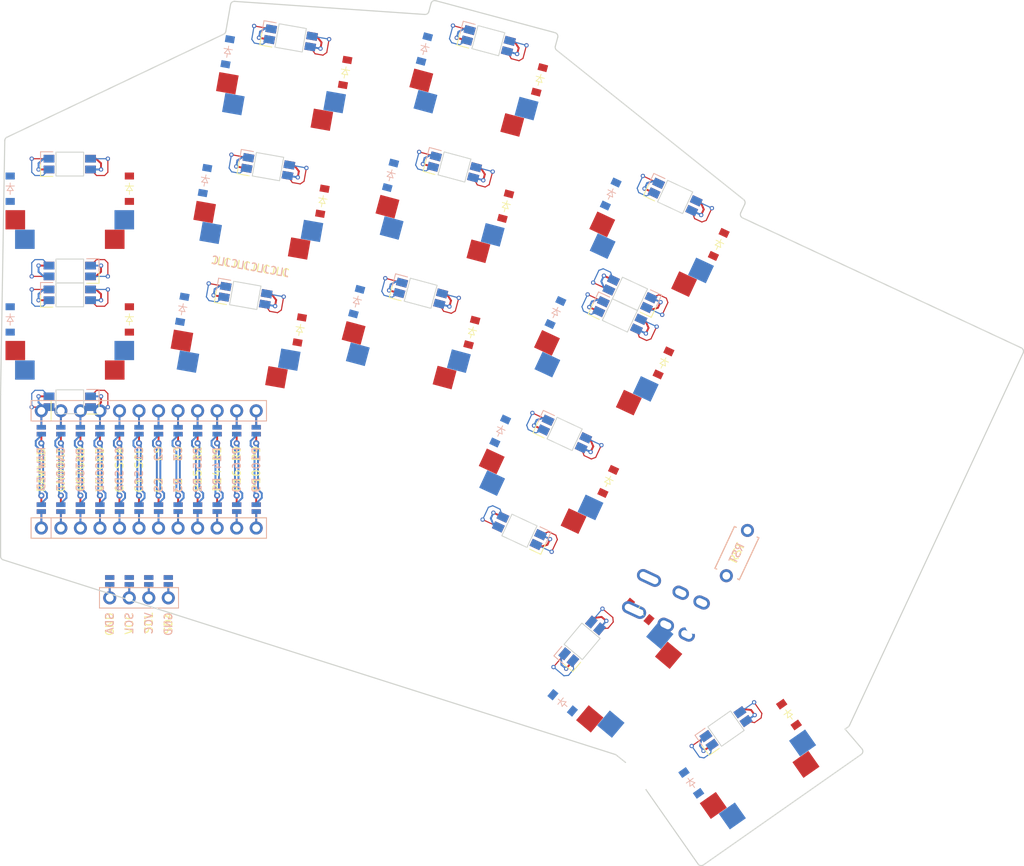
<source format=kicad_pcb>
(kicad_pcb (version 20240108) (generator "ergogen") (generator_version "4.1.0")
  (title_block (title "mearchlar") (date "2025-05-19") (rev "0.2") (company "finn-e"))
  (layers (0 "F.Cu" signal) (31 "B.Cu" signal) (34 "B.Paste" user) (35 "F.Paste" user) (36 "B.SilkS" user "B.Silkscreen") (37 "F.SilkS" user "F.Silkscreen") (38 "B.Mask" user) (39 "F.Mask" user) (44 "Edge.Cuts" user))
  (net 0 "")
  (net 1 "C0")
  (net 2 "pinky_home_B")
  (net 3 "GND")
  (net 4 "D1")
  (net 5 "D2")
  (net 6 "pinky_top_B")
  (net 7 "C1")
  (net 8 "ring_bottom_B")
  (net 9 "ring_home_B")
  (net 10 "ring_top_B")
  (net 11 "C2")
  (net 12 "middle_bottom_B")
  (net 13 "middle_home_B")
  (net 14 "middle_top_B")
  (net 15 "C3")
  (net 16 "index_bottom_B")
  (net 17 "index_home_B")
  (net 18 "index_top_B")
  (net 19 "near_home_B")
  (net 20 "far_home_B")
  (net 21 "R1")
  (net 22 "R2")
  (net 23 "R0")
  (net 24 "R3")
  (net 25 "pinky_home_F")
  (net 26 "pinky_top_F")
  (net 27 "ring_bottom_F")
  (net 28 "ring_home_F")
  (net 29 "ring_top_F")
  (net 30 "middle_bottom_F")
  (net 31 "middle_home_F")
  (net 32 "middle_top_F")
  (net 33 "index_bottom_F")
  (net 34 "index_home_F")
  (net 35 "index_top_F")
  (net 36 "near_home_F")
  (net 37 "far_home_F")
  (net 38 "RAW")
  (net 39 "RST")
  (net 40 "VCC")
  (net 41 "P15")
  (net 42 "P14")
  (net 43 "P16")
  (net 44 "P10")
  (net 45 "LED")
  (net 46 "DAT")
  (net 47 "SDA")
  (net 48 "SCL")
  (net 49 "CS")
  (net 50 "P9")
  (net 51 "P101")
  (net 52 "P102")
  (net 53 "P107")
  (net 54 "MCU1_24")
  (net 55 "MCU1_1")
  (net 56 "MCU1_23")
  (net 57 "MCU1_2")
  (net 58 "MCU1_22")
  (net 59 "MCU1_3")
  (net 60 "MCU1_21")
  (net 61 "MCU1_4")
  (net 62 "MCU1_20")
  (net 63 "MCU1_5")
  (net 64 "MCU1_19")
  (net 65 "MCU1_6")
  (net 66 "MCU1_18")
  (net 67 "MCU1_7")
  (net 68 "MCU1_17")
  (net 69 "MCU1_8")
  (net 70 "MCU1_16")
  (net 71 "MCU1_9")
  (net 72 "MCU1_15")
  (net 73 "MCU1_10")
  (net 74 "MCU1_14")
  (net 75 "MCU1_11")
  (net 76 "MCU1_13")
  (net 77 "MCU1_12")
  (net 78 "DISP1_1")
  (net 79 "DISP1_2")
  (net 80 "DISP1_3")
  (net 81 "DISP1_4")
  (net 82 "LED_12")
  (net 83 "LED_11")
  (net 84 "LED_13")
  (net 85 "LED_10")
  (net 86 "LED_9")
  (net 87 "LED_8")
  (net 88 "LED_6")
  (net 89 "LED_5")
  (net 90 "LED_7")
  (net 91 "LED_4")
  (net 92 "LED_3")
  (net 93 "LED_2")
  (net 94 "LED_1")
  (net 95 "ULED_4")
  (net 96 "ULED_1")
  (net 97 "ULED_2")
  (net 98 "ULED_3")
  (footprint "ceoloide:mounting_hole_npth" (layer "F.Cu") (at 172.2351753 108.06669140000001 -25)
    (property "Reference" "MH1" hide)
  )
  (footprint "ceoloide:mounting_hole_npth" (layer "F.Cu") (at 181.1345897 121.2852196 -25)
    (property "Reference" "MH2" hide)
  )
  (footprint "ceoloide:mounting_hole_npth" (layer "F.Cu") (at 117.56475870000001 56.32456870000001 -10)
    (property "Reference" "MH3" hide)
  )
  (footprint "ceoloide:mounting_hole_npth" (layer "F.Cu") (at 114.6127397 73.0663005 -10)
    (property "Reference" "MH4" hide)
  )
  (footprint "ceoloide:mounting_hole_npth" (layer "F.Cu") (at 165.4265565 72.6841789 -25)
    (property "Reference" "MH5" hide)
  )
  (footprint "ceoloide:mounting_hole_npth" (layer "F.Cu") (at 173.4287515 140.9712334 35)
    (property "Reference" "MH6" hide)
  )
  (footprint "ceoloide:mounting_hole_npth" (layer "F.Cu") (at 181.6365035 129.4303074 35)
    (property "Reference" "MH7" hide)
  )
  (footprint "ceoloide:switch_mx" (layer "B.Cu") (at 100 83 180)
    (property "Reference" "S1" hide)
  )
  (footprint "ceoloide:switch_mx" (layer "B.Cu") (at 100 66 180)
    (property "Reference" "S2" hide)
  )
  (footprint "ceoloide:switch_mx" (layer "B.Cu") (at 122 83 170)
    (property "Reference" "S3" hide)
  )
  (footprint "ceoloide:switch_mx" (layer "B.Cu") (at 124.952019 66.2582682 170)
    (property "Reference" "S4" hide)
  )
  (footprint "ceoloide:switch_mx" (layer "B.Cu") (at 127.90403800000001 49.51653640000001 170)
    (property "Reference" "S5" hide)
  )
  (footprint "ceoloide:switch_mx" (layer "B.Cu") (at 144.4037753 82.634827 165)
    (property "Reference" "S6" hide)
  )
  (footprint "ceoloide:switch_mx" (layer "B.Cu") (at 148.80369910000002 66.214088 165)
    (property "Reference" "S7" hide)
  )
  (footprint "ceoloide:switch_mx" (layer "B.Cu") (at 153.20362290000003 49.793349000000006 165)
    (property "Reference" "S8" hide)
  )
  (footprint "ceoloide:switch_mx" (layer "B.Cu") (at 162.3542007 100.6444002 155)
    (property "Reference" "S9" hide)
  )
  (footprint "ceoloide:switch_mx" (layer "B.Cu") (at 169.5387111 85.23716780000001 155)
    (property "Reference" "S10" hide)
  )
  (footprint "ceoloide:switch_mx" (layer "B.Cu") (at 176.7232215 69.82993540000001 155)
    (property "Reference" "S11" hide)
  )
  (footprint "ceoloide:switch_mx" (layer "B.Cu") (at 170.21537560000002 126.3776847 230)
    (property "Reference" "S12" hide)
  )
  (footprint "ceoloide:switch_mx" (layer "B.Cu") (at 188.0209828 138.5482888 215)
    (property "Reference" "S13" hide)
  )
  (footprint "ceoloide:diode_tht_sod123" (layer "B.Cu") (at 92.25 81.5 -90)
    (property "Reference" "D1" hide)
  )
  (footprint "ceoloide:diode_tht_sod123" (layer "B.Cu") (at 92.25 64.5 -90)
    (property "Reference" "D2" hide)
  )
  (footprint "ceoloide:diode_tht_sod123" (layer "B.Cu") (at 114.62821220000001 80.177015 -100)
    (property "Reference" "D3" hide)
  )
  (footprint "ceoloide:diode_tht_sod123" (layer "B.Cu") (at 117.58023120000001 63.4352832 -100)
    (property "Reference" "D4" hide)
  )
  (footprint "ceoloide:diode_tht_sod123" (layer "B.Cu") (at 120.53225020000002 46.693551400000004 -100)
    (property "Reference" "D5" hide)
  )
  (footprint "ceoloide:diode_tht_sod123" (layer "B.Cu") (at 137.3060787 79.18009070000001 -105)
    (property "Reference" "D6" hide)
  )
  (footprint "ceoloide:diode_tht_sod123" (layer "B.Cu") (at 141.7060025 62.7593517 -105)
    (property "Reference" "D7" hide)
  )
  (footprint "ceoloide:diode_tht_sod123" (layer "B.Cu") (at 146.10592630000002 46.338612700000006 -105)
    (property "Reference" "D8" hide)
  )
  (footprint "ceoloide:diode_tht_sod123" (layer "B.Cu") (at 155.9642427 96.009647 -115)
    (property "Reference" "D9" hide)
  )
  (footprint "ceoloide:diode_tht_sod123" (layer "B.Cu") (at 163.1487531 80.6024146 -115)
    (property "Reference" "D10" hide)
  )
  (footprint "ceoloide:diode_tht_sod123" (layer "B.Cu") (at 170.3332635 65.1951822 -115)
    (property "Reference" "D11" hide)
  )
  (footprint "ceoloide:diode_tht_sod123" (layer "B.Cu") (at 164.084705 131.35034770000001 -40)
    (property "Reference" "D12" hide)
  )
  (footprint "ceoloide:diode_tht_sod123" (layer "B.Cu") (at 180.8121898 141.7647781 -55)
    (property "Reference" "D13" hide)
  )
  (footprint "ceoloide:switch_mx" (layer "F.Cu") (at 100 83 180)
    (property "Reference" "S14" hide)
  )
  (footprint "ceoloide:switch_mx" (layer "F.Cu") (at 100 66 180)
    (property "Reference" "S15" hide)
  )
  (footprint "ceoloide:switch_mx" (layer "F.Cu") (at 122 83 170)
    (property "Reference" "S16" hide)
  )
  (footprint "ceoloide:switch_mx" (layer "F.Cu") (at 124.952019 66.2582682 170)
    (property "Reference" "S17" hide)
  )
  (footprint "ceoloide:switch_mx" (layer "F.Cu") (at 127.90403800000001 49.51653640000001 170)
    (property "Reference" "S18" hide)
  )
  (footprint "ceoloide:switch_mx" (layer "F.Cu") (at 144.4037753 82.634827 165)
    (property "Reference" "S19" hide)
  )
  (footprint "ceoloide:switch_mx" (layer "F.Cu") (at 148.80369910000002 66.214088 165)
    (property "Reference" "S20" hide)
  )
  (footprint "ceoloide:switch_mx" (layer "F.Cu") (at 153.20362290000003 49.793349000000006 165)
    (property "Reference" "S21" hide)
  )
  (footprint "ceoloide:switch_mx" (layer "F.Cu") (at 162.3542007 100.6444002 155)
    (property "Reference" "S22" hide)
  )
  (footprint "ceoloide:switch_mx" (layer "F.Cu") (at 169.5387111 85.23716780000001 155)
    (property "Reference" "S23" hide)
  )
  (footprint "ceoloide:switch_mx" (layer "F.Cu") (at 176.7232215 69.82993540000001 155)
    (property "Reference" "S24" hide)
  )
  (footprint "ceoloide:switch_mx" (layer "F.Cu") (at 170.21537560000002 126.3776847 230)
    (property "Reference" "S25" hide)
  )
  (footprint "ceoloide:switch_mx" (layer "F.Cu") (at 188.0209828 138.5482888 215)
    (property "Reference" "S26" hide)
  )
  (footprint "ceoloide:diode_tht_sod123" (layer "F.Cu") (at 107.75 81.5 -90)
    (property "Reference" "D14" hide)
  )
  (footprint "ceoloide:diode_tht_sod123" (layer "F.Cu") (at 107.75 64.5 -90)
    (property "Reference" "D15" hide)
  )
  (footprint "ceoloide:diode_tht_sod123" (layer "F.Cu") (at 129.8927324 82.8685617 -100)
    (property "Reference" "D16" hide)
  )
  (footprint "ceoloide:diode_tht_sod123" (layer "F.Cu") (at 132.8447514 66.1268299 -100)
    (property "Reference" "D17" hide)
  )
  (footprint "ceoloide:diode_tht_sod123" (layer "F.Cu") (at 135.7967704 49.38509810000001 -100)
    (property "Reference" "D18" hide)
  )
  (footprint "ceoloide:diode_tht_sod123" (layer "F.Cu") (at 152.277929 83.1917859 -105)
    (property "Reference" "D19" hide)
  )
  (footprint "ceoloide:diode_tht_sod123" (layer "F.Cu") (at 156.6778528 66.7710469 -105)
    (property "Reference" "D20" hide)
  )
  (footprint "ceoloide:diode_tht_sod123" (layer "F.Cu") (at 161.07777660000002 50.350307900000004 -105)
    (property "Reference" "D21" hide)
  )
  (footprint "ceoloide:diode_tht_sod123" (layer "F.Cu") (at 170.0120134 102.56023 -115)
    (property "Reference" "D22" hide)
  )
  (footprint "ceoloide:diode_tht_sod123" (layer "F.Cu") (at 177.1965238 87.1529976 -115)
    (property "Reference" "D23" hide)
  )
  (footprint "ceoloide:diode_tht_sod123" (layer "F.Cu") (at 184.3810342 71.74576520000001 -115)
    (property "Reference" "D24" hide)
  )
  (footprint "ceoloide:diode_tht_sod123" (layer "F.Cu") (at 174.04791290000003 119.4766589 -40)
    (property "Reference" "D25" hide)
  )
  (footprint "ceoloide:diode_tht_sod123" (layer "F.Cu") (at 193.5090465 132.8743434 -55)
    (property "Reference" "D26" hide)
  )
  (footprint "ceoloide:mcu_supermini_nrf52840" (layer "F.Cu") (at 109 101 90)
    (property "Reference" "MCU1" hide)
  )
  (segment (start 96.3 96.42) (end 96.3 97.6) (width 0.25) (layer "F.Cu"))
  (segment (start 96.3 105.58) (end 96.3 104.4) (width 0.25) (layer "F.Cu"))
  (segment (start 96.3 108.62) (end 96.3 106.5) (width 0.25) (layer "F.Cu"))
  (segment (start 96.3 108.62) (end 96.3 106.5) (width 0.25) (layer "B.Cu"))
  (segment (start 96.3 95.5) (end 96.3 93.38) (width 0.25) (layer "F.Cu"))
  (segment (start 96.3 93.38) (end 96.3 95.5) (width 0.25) (layer "B.Cu"))
  (segment (start 96.53 103.604695) (end 96.53 97.83) (width 0.25) (layer "B.Cu"))
  (segment (start 96.3 105.775) (end 96.3 105.425305) (width 0.25) (layer "B.Cu"))
  (segment (start 97.025 104.700305) (end 97.025 104.099695) (width 0.25) (layer "B.Cu"))
  (segment (start 96.3 105.425305) (end 97.025 104.700305) (width 0.25) (layer "B.Cu"))
  (segment (start 97.025 104.099695) (end 96.53 103.604695) (width 0.25) (layer "B.Cu"))
  (segment (start 96.3 96.225) (end 96.3 96.574695) (width 0.25) (layer "B.Cu"))
  (segment (start 96.08 98.405305) (end 96.08 104.18) (width 0.25) (layer "B.Cu"))
  (segment (start 96.3 96.574695) (end 95.575 97.299695) (width 0.25) (layer "B.Cu"))
  (segment (start 95.575 97.299695) (end 95.575 97.900305) (width 0.25) (layer "B.Cu"))
  (segment (start 95.575 97.900305) (end 96.08 98.405305) (width 0.25) (layer "B.Cu"))
  (segment (start 98.84 96.42) (end 98.84 97.6) (width 0.25) (layer "F.Cu"))
  (segment (start 98.84 105.58) (end 98.84 104.4) (width 0.25) (layer "F.Cu"))
  (segment (start 98.84 108.62) (end 98.84 106.5) (width 0.25) (layer "F.Cu"))
  (segment (start 98.84 108.62) (end 98.84 106.5) (width 0.25) (layer "B.Cu"))
  (segment (start 98.84 95.5) (end 98.84 93.38) (width 0.25) (layer "F.Cu"))
  (segment (start 98.84 93.38) (end 98.84 95.5) (width 0.25) (layer "B.Cu"))
  (segment (start 99.07 103.604695) (end 99.07 97.83) (width 0.25) (layer "B.Cu"))
  (segment (start 98.84 105.775) (end 98.84 105.425305) (width 0.25) (layer "B.Cu"))
  (segment (start 99.565 104.700305) (end 99.565 104.099695) (width 0.25) (layer "B.Cu"))
  (segment (start 98.84 105.425305) (end 99.565 104.700305) (width 0.25) (layer "B.Cu"))
  (segment (start 99.565 104.099695) (end 99.07 103.604695) (width 0.25) (layer "B.Cu"))
  (segment (start 98.84 96.225) (end 98.84 96.574695) (width 0.25) (layer "B.Cu"))
  (segment (start 98.62 98.405305) (end 98.62 104.18) (width 0.25) (layer "B.Cu"))
  (segment (start 98.84 96.574695) (end 98.115 97.299695) (width 0.25) (layer "B.Cu"))
  (segment (start 98.115 97.299695) (end 98.115 97.900305) (width 0.25) (layer "B.Cu"))
  (segment (start 98.115 97.900305) (end 98.62 98.405305) (width 0.25) (layer "B.Cu"))
  (segment (start 101.38 96.42) (end 101.38 97.6) (width 0.25) (layer "F.Cu"))
  (segment (start 101.38 105.58) (end 101.38 104.4) (width 0.25) (layer "F.Cu"))
  (segment (start 101.38 108.62) (end 101.38 106.5) (width 0.25) (layer "F.Cu"))
  (segment (start 101.38 108.62) (end 101.38 106.5) (width 0.25) (layer "B.Cu"))
  (segment (start 101.38 95.5) (end 101.38 93.38) (width 0.25) (layer "F.Cu"))
  (segment (start 101.38 93.38) (end 101.38 95.5) (width 0.25) (layer "B.Cu"))
  (segment (start 101.61 103.604695) (end 101.61 97.83) (width 0.25) (layer "B.Cu"))
  (segment (start 101.38 105.775) (end 101.38 105.425305) (width 0.25) (layer "B.Cu"))
  (segment (start 102.105 104.700305) (end 102.105 104.099695) (width 0.25) (layer "B.Cu"))
  (segment (start 101.38 105.425305) (end 102.105 104.700305) (width 0.25) (layer "B.Cu"))
  (segment (start 102.105 104.099695) (end 101.61 103.604695) (width 0.25) (layer "B.Cu"))
  (segment (start 101.38 96.225) (end 101.38 96.574695) (width 0.25) (layer "B.Cu"))
  (segment (start 101.16 98.405305) (end 101.16 104.18) (width 0.25) (layer "B.Cu"))
  (segment (start 101.38 96.574695) (end 100.655 97.299695) (width 0.25) (layer "B.Cu"))
  (segment (start 100.655 97.299695) (end 100.655 97.900305) (width 0.25) (layer "B.Cu"))
  (segment (start 100.655 97.900305) (end 101.16 98.405305) (width 0.25) (layer "B.Cu"))
  (segment (start 103.92 96.42) (end 103.92 97.6) (width 0.25) (layer "F.Cu"))
  (segment (start 103.92 105.58) (end 103.92 104.4) (width 0.25) (layer "F.Cu"))
  (segment (start 103.92 108.62) (end 103.92 106.5) (width 0.25) (layer "F.Cu"))
  (segment (start 103.92 108.62) (end 103.92 106.5) (width 0.25) (layer "B.Cu"))
  (segment (start 103.92 95.5) (end 103.92 93.38) (width 0.25) (layer "F.Cu"))
  (segment (start 103.92 93.38) (end 103.92 95.5) (width 0.25) (layer "B.Cu"))
  (segment (start 104.15 103.604695) (end 104.15 97.83) (width 0.25) (layer "B.Cu"))
  (segment (start 103.92 105.775) (end 103.92 105.425305) (width 0.25) (layer "B.Cu"))
  (segment (start 104.645 104.700305) (end 104.645 104.099695) (width 0.25) (layer "B.Cu"))
  (segment (start 103.92 105.425305) (end 104.645 104.700305) (width 0.25) (layer "B.Cu"))
  (segment (start 104.645 104.099695) (end 104.15 103.604695) (width 0.25) (layer "B.Cu"))
  (segment (start 103.92 96.225) (end 103.92 96.574695) (width 0.25) (layer "B.Cu"))
  (segment (start 103.7 98.405305) (end 103.7 104.18) (width 0.25) (layer "B.Cu"))
  (segment (start 103.92 96.574695) (end 103.195 97.299695) (width 0.25) (layer "B.Cu"))
  (segment (start 103.195 97.299695) (end 103.195 97.900305) (width 0.25) (layer "B.Cu"))
  (segment (start 103.195 97.900305) (end 103.7 98.405305) (width 0.25) (layer "B.Cu"))
  (segment (start 106.46 96.42) (end 106.46 97.6) (width 0.25) (layer "F.Cu"))
  (segment (start 106.46 105.58) (end 106.46 104.4) (width 0.25) (layer "F.Cu"))
  (segment (start 106.46 108.62) (end 106.46 106.5) (width 0.25) (layer "F.Cu"))
  (segment (start 106.46 108.62) (end 106.46 106.5) (width 0.25) (layer "B.Cu"))
  (segment (start 106.46 95.5) (end 106.46 93.38) (width 0.25) (layer "F.Cu"))
  (segment (start 106.46 93.38) (end 106.46 95.5) (width 0.25) (layer "B.Cu"))
  (segment (start 106.69 103.604695) (end 106.69 97.83) (width 0.25) (layer "B.Cu"))
  (segment (start 106.46 105.775) (end 106.46 105.425305) (width 0.25) (layer "B.Cu"))
  (segment (start 107.185 104.700305) (end 107.185 104.099695) (width 0.25) (layer "B.Cu"))
  (segment (start 106.46 105.425305) (end 107.185 104.700305) (width 0.25) (layer "B.Cu"))
  (segment (start 107.185 104.099695) (end 106.69 103.604695) (width 0.25) (layer "B.Cu"))
  (segment (start 106.46 96.225) (end 106.46 96.574695) (width 0.25) (layer "B.Cu"))
  (segment (start 106.24 98.405305) (end 106.24 104.18) (width 0.25) (layer "B.Cu"))
  (segment (start 106.46 96.574695) (end 105.735 97.299695) (width 0.25) (layer "B.Cu"))
  (segment (start 105.735 97.299695) (end 105.735 97.900305) (width 0.25) (layer "B.Cu"))
  (segment (start 105.735 97.900305) (end 106.24 98.405305) (width 0.25) (layer "B.Cu"))
  (segment (start 109 96.42) (end 109 97.6) (width 0.25) (layer "F.Cu"))
  (segment (start 109 105.58) (end 109 104.4) (width 0.25) (layer "F.Cu"))
  (segment (start 109 108.62) (end 109 106.5) (width 0.25) (layer "F.Cu"))
  (segment (start 109 108.62) (end 109 106.5) (width 0.25) (layer "B.Cu"))
  (segment (start 109 95.5) (end 109 93.38) (width 0.25) (layer "F.Cu"))
  (segment (start 109 93.38) (end 109 95.5) (width 0.25) (layer "B.Cu"))
  (segment (start 109.23 103.604695) (end 109.23 97.83) (width 0.25) (layer "B.Cu"))
  (segment (start 109 105.775) (end 109 105.425305) (width 0.25) (layer "B.Cu"))
  (segment (start 109.725 104.700305) (end 109.725 104.099695) (width 0.25) (layer "B.Cu"))
  (segment (start 109 105.425305) (end 109.725 104.700305) (width 0.25) (layer "B.Cu"))
  (segment (start 109.725 104.099695) (end 109.23 103.604695) (width 0.25) (layer "B.Cu"))
  (segment (start 109 96.225) (end 109 96.574695) (width 0.25) (layer "B.Cu"))
  (segment (start 108.78 98.405305) (end 108.78 104.18) (width 0.25) (layer "B.Cu"))
  (segment (start 109 96.574695) (end 108.275 97.299695) (width 0.25) (layer "B.Cu"))
  (segment (start 108.275 97.299695) (end 108.275 97.900305) (width 0.25) (layer "B.Cu"))
  (segment (start 108.275 97.900305) (end 108.78 98.405305) (width 0.25) (layer "B.Cu"))
  (segment (start 111.54 96.42) (end 111.54 97.6) (width 0.25) (layer "F.Cu"))
  (segment (start 111.54 105.58) (end 111.54 104.4) (width 0.25) (layer "F.Cu"))
  (segment (start 111.54 108.62) (end 111.54 106.5) (width 0.25) (layer "F.Cu"))
  (segment (start 111.54 108.62) (end 111.54 106.5) (width 0.25) (layer "B.Cu"))
  (segment (start 111.54 95.5) (end 111.54 93.38) (width 0.25) (layer "F.Cu"))
  (segment (start 111.54 93.38) (end 111.54 95.5) (width 0.25) (layer "B.Cu"))
  (segment (start 111.77 103.604695) (end 111.77 97.83) (width 0.25) (layer "B.Cu"))
  (segment (start 111.54 105.775) (end 111.54 105.425305) (width 0.25) (layer "B.Cu"))
  (segment (start 112.265 104.700305) (end 112.265 104.099695) (width 0.25) (layer "B.Cu"))
  (segment (start 111.54 105.425305) (end 112.265 104.700305) (width 0.25) (layer "B.Cu"))
  (segment (start 112.265 104.099695) (end 111.77 103.604695) (width 0.25) (layer "B.Cu"))
  (segment (start 111.54 96.225) (end 111.54 96.574695) (width 0.25) (layer "B.Cu"))
  (segment (start 111.32 98.405305) (end 111.32 104.18) (width 0.25) (layer "B.Cu"))
  (segment (start 111.54 96.574695) (end 110.815 97.299695) (width 0.25) (layer "B.Cu"))
  (segment (start 110.815 97.299695) (end 110.815 97.900305) (width 0.25) (layer "B.Cu"))
  (segment (start 110.815 97.900305) (end 111.32 98.405305) (width 0.25) (layer "B.Cu"))
  (segment (start 114.08 96.42) (end 114.08 97.6) (width 0.25) (layer "F.Cu"))
  (segment (start 114.08 105.58) (end 114.08 104.4) (width 0.25) (layer "F.Cu"))
  (segment (start 114.08 108.62) (end 114.08 106.5) (width 0.25) (layer "F.Cu"))
  (segment (start 114.08 108.62) (end 114.08 106.5) (width 0.25) (layer "B.Cu"))
  (segment (start 114.08 95.5) (end 114.08 93.38) (width 0.25) (layer "F.Cu"))
  (segment (start 114.08 93.38) (end 114.08 95.5) (width 0.25) (layer "B.Cu"))
  (segment (start 114.31 103.604695) (end 114.31 97.83) (width 0.25) (layer "B.Cu"))
  (segment (start 114.08 105.775) (end 114.08 105.425305) (width 0.25) (layer "B.Cu"))
  (segment (start 114.805 104.700305) (end 114.805 104.099695) (width 0.25) (layer "B.Cu"))
  (segment (start 114.08 105.425305) (end 114.805 104.700305) (width 0.25) (layer "B.Cu"))
  (segment (start 114.805 104.099695) (end 114.31 103.604695) (width 0.25) (layer "B.Cu"))
  (segment (start 114.08 96.225) (end 114.08 96.574695) (width 0.25) (layer "B.Cu"))
  (segment (start 113.86 98.405305) (end 113.86 104.18) (width 0.25) (layer "B.Cu"))
  (segment (start 114.08 96.574695) (end 113.355 97.299695) (width 0.25) (layer "B.Cu"))
  (segment (start 113.355 97.299695) (end 113.355 97.900305) (width 0.25) (layer "B.Cu"))
  (segment (start 113.355 97.900305) (end 113.86 98.405305) (width 0.25) (layer "B.Cu"))
  (segment (start 116.62 96.42) (end 116.62 97.6) (width 0.25) (layer "F.Cu"))
  (segment (start 116.62 105.58) (end 116.62 104.4) (width 0.25) (layer "F.Cu"))
  (segment (start 116.62 108.62) (end 116.62 106.5) (width 0.25) (layer "F.Cu"))
  (segment (start 116.62 108.62) (end 116.62 106.5) (width 0.25) (layer "B.Cu"))
  (segment (start 116.62 95.5) (end 116.62 93.38) (width 0.25) (layer "F.Cu"))
  (segment (start 116.62 93.38) (end 116.62 95.5) (width 0.25) (layer "B.Cu"))
  (segment (start 116.85 103.604695) (end 116.85 97.83) (width 0.25) (layer "B.Cu"))
  (segment (start 116.62 105.775) (end 116.62 105.425305) (width 0.25) (layer "B.Cu"))
  (segment (start 117.345 104.700305) (end 117.345 104.099695) (width 0.25) (layer "B.Cu"))
  (segment (start 116.62 105.425305) (end 117.345 104.700305) (width 0.25) (layer "B.Cu"))
  (segment (start 117.345 104.099695) (end 116.85 103.604695) (width 0.25) (layer "B.Cu"))
  (segment (start 116.62 96.225) (end 116.62 96.574695) (width 0.25) (layer "B.Cu"))
  (segment (start 116.4 98.405305) (end 116.4 104.18) (width 0.25) (layer "B.Cu"))
  (segment (start 116.62 96.574695) (end 115.895 97.299695) (width 0.25) (layer "B.Cu"))
  (segment (start 115.895 97.299695) (end 115.895 97.900305) (width 0.25) (layer "B.Cu"))
  (segment (start 115.895 97.900305) (end 116.4 98.405305) (width 0.25) (layer "B.Cu"))
  (segment (start 119.16 96.42) (end 119.16 97.6) (width 0.25) (layer "F.Cu"))
  (segment (start 119.16 105.58) (end 119.16 104.4) (width 0.25) (layer "F.Cu"))
  (segment (start 119.16 108.62) (end 119.16 106.5) (width 0.25) (layer "F.Cu"))
  (segment (start 119.16 108.62) (end 119.16 106.5) (width 0.25) (layer "B.Cu"))
  (segment (start 119.16 95.5) (end 119.16 93.38) (width 0.25) (layer "F.Cu"))
  (segment (start 119.16 93.38) (end 119.16 95.5) (width 0.25) (layer "B.Cu"))
  (segment (start 119.39 103.604695) (end 119.39 97.83) (width 0.25) (layer "B.Cu"))
  (segment (start 119.16 105.775) (end 119.16 105.425305) (width 0.25) (layer "B.Cu"))
  (segment (start 119.885 104.700305) (end 119.885 104.099695) (width 0.25) (layer "B.Cu"))
  (segment (start 119.16 105.425305) (end 119.885 104.700305) (width 0.25) (layer "B.Cu"))
  (segment (start 119.885 104.099695) (end 119.39 103.604695) (width 0.25) (layer "B.Cu"))
  (segment (start 119.16 96.225) (end 119.16 96.574695) (width 0.25) (layer "B.Cu"))
  (segment (start 118.94 98.405305) (end 118.94 104.18) (width 0.25) (layer "B.Cu"))
  (segment (start 119.16 96.574695) (end 118.435 97.299695) (width 0.25) (layer "B.Cu"))
  (segment (start 118.435 97.299695) (end 118.435 97.900305) (width 0.25) (layer "B.Cu"))
  (segment (start 118.435 97.900305) (end 118.94 98.405305) (width 0.25) (layer "B.Cu"))
  (segment (start 121.7 96.42) (end 121.7 97.6) (width 0.25) (layer "F.Cu"))
  (segment (start 121.7 105.58) (end 121.7 104.4) (width 0.25) (layer "F.Cu"))
  (segment (start 121.7 108.62) (end 121.7 106.5) (width 0.25) (layer "F.Cu"))
  (segment (start 121.7 108.62) (end 121.7 106.5) (width 0.25) (layer "B.Cu"))
  (segment (start 121.7 95.5) (end 121.7 93.38) (width 0.25) (layer "F.Cu"))
  (segment (start 121.7 93.38) (end 121.7 95.5) (width 0.25) (layer "B.Cu"))
  (segment (start 121.93 103.604695) (end 121.93 97.83) (width 0.25) (layer "B.Cu"))
  (segment (start 121.7 105.775) (end 121.7 105.425305) (width 0.25) (layer "B.Cu"))
  (segment (start 122.425 104.700305) (end 122.425 104.099695) (width 0.25) (layer "B.Cu"))
  (segment (start 121.7 105.425305) (end 122.425 104.700305) (width 0.25) (layer "B.Cu"))
  (segment (start 122.425 104.099695) (end 121.93 103.604695) (width 0.25) (layer "B.Cu"))
  (segment (start 121.7 96.225) (end 121.7 96.574695) (width 0.25) (layer "B.Cu"))
  (segment (start 121.48 98.405305) (end 121.48 104.18) (width 0.25) (layer "B.Cu"))
  (segment (start 121.7 96.574695) (end 120.975 97.299695) (width 0.25) (layer "B.Cu"))
  (segment (start 120.975 97.299695) (end 120.975 97.900305) (width 0.25) (layer "B.Cu"))
  (segment (start 120.975 97.900305) (end 121.48 98.405305) (width 0.25) (layer "B.Cu"))
  (segment (start 124.24 96.42) (end 124.24 97.6) (width 0.25) (layer "F.Cu"))
  (segment (start 124.24 105.58) (end 124.24 104.4) (width 0.25) (layer "F.Cu"))
  (segment (start 124.24 108.62) (end 124.24 106.5) (width 0.25) (layer "F.Cu"))
  (segment (start 124.24 108.62) (end 124.24 106.5) (width 0.25) (layer "B.Cu"))
  (segment (start 124.24 95.5) (end 124.24 93.38) (width 0.25) (layer "F.Cu"))
  (segment (start 124.24 93.38) (end 124.24 95.5) (width 0.25) (layer "B.Cu"))
  (segment (start 124.47 103.604695) (end 124.47 97.83) (width 0.25) (layer "B.Cu"))
  (segment (start 124.24 105.775) (end 124.24 105.425305) (width 0.25) (layer "B.Cu"))
  (segment (start 124.965 104.700305) (end 124.965 104.099695) (width 0.25) (layer "B.Cu"))
  (segment (start 124.24 105.425305) (end 124.965 104.700305) (width 0.25) (layer "B.Cu"))
  (segment (start 124.965 104.099695) (end 124.47 103.604695) (width 0.25) (layer "B.Cu"))
  (segment (start 124.24 96.225) (end 124.24 96.574695) (width 0.25) (layer "B.Cu"))
  (segment (start 124.02 98.405305) (end 124.02 104.18) (width 0.25) (layer "B.Cu"))
  (segment (start 124.24 96.574695) (end 123.515 97.299695) (width 0.25) (layer "B.Cu"))
  (segment (start 123.515 97.299695) (end 123.515 97.900305) (width 0.25) (layer "B.Cu"))
  (segment (start 123.515 97.900305) (end 124.02 98.405305) (width 0.25) (layer "B.Cu"))
  (gr_text "JLCJLCJLCJLC" (at 123.4760095 74.6291341 -10) (layer "F.SilkS") (effects (font (size 1 1))))
  (gr_text "JLCJLCJLCJLC" (at 123.4760095 74.6291341 -10) (layer "B.SilkS") (effects (font (size 1 1)) (justify mirror)))
  (footprint "ceoloide:display_ssd1306" (layer "F.Cu") (at 109 101 0)
    (property "Reference" "DISP1" hide)
  )
  (segment (start 105.19 117.7) (end 105.19 115.95) (width 0.25) (layer "F.Cu") (net 3))
  (segment (start 107.73 117.7) (end 107.73 115.95) (width 0.25) (layer "F.Cu") (net 40))
  (segment (start 110.27 117.7) (end 110.27 115.95) (width 0.25) (layer "F.Cu") (net 48))
  (segment (start 112.81 117.7) (end 112.81 115.95) (width 0.25) (layer "F.Cu") (net 47))
  (segment (start 105.19 117.7) (end 105.19 115.95) (width 0.25) (layer "B.Cu") (net 3))
  (segment (start 107.73 117.7) (end 107.73 115.95) (width 0.25) (layer "B.Cu") (net 40))
  (segment (start 110.27 117.7) (end 110.27 115.95) (width 0.25) (layer "B.Cu") (net 48))
  (segment (start 112.81 117.7) (end 112.81 115.95) (width 0.25) (layer "B.Cu") (net 47))
  (footprint "ceoloide:reset_switch_tht_top" (layer "F.Cu") (at 186.7409693 111.87931830000001 65)
    (property "Reference" "RST1" hide)
  )
  (footprint "ceoloide:trrs_pj320a (reversible, symmetric)" (layer "F.Cu") (at 184.08495399999998 121.7396765 -115)
    (property "Reference" "TRRS1" hide)
  )
  (footprint "ceoloide:led_SK6812mini-e (per-key, reversible)" (layer "B.Cu") (at 100 78.3 0)
    (property "Reference" "LED1" hide)
    (fp_rect (start -1.8 -1.55) (end 1.8 1.55) (layer "Edge.Cuts") (stroke (width 0.12)) (fill none))
  )
  (segment (start 103.4 77.6) (end 104.06 78.194084) (width 0.25) (layer "F.Cu") (net 40))
  (segment (start 104.06 78.194084) (end 104.06 79) (width 0.25) (layer "F.Cu") (net 40))
  (segment (start 102.7 77.6) (end 103.4 77.6) (width 0.25) (layer "F.Cu") (net 40))
  (via (at 104.06 79) (size 0.56) (drill 0.3) (layers "F.Cu" "B.Cu") (net 40))
  (segment (start 102.7 79) (end 104.06 79) (width 0.25) (layer "B.Cu") (net 40))
  (segment (start 104.95 77.6) (end 102.7 77.6) (width 0.15) (layer "B.Cu") (net 82))
  (via (at 104.95 77.6) (size 0.56) (drill 0.3) (layers "F.Cu" "B.Cu") (net 82))
  (segment (start 102.7 79) (end 103.481 79.785) (width 0.15) (layer "F.Cu") (net 82))
  (segment (start 103.481 79.785) (end 104.529 79.785) (width 0.15) (layer "F.Cu") (net 82))
  (segment (start 104.95 79.36) (end 104.95 77.6) (width 0.15) (layer "F.Cu") (net 82))
  (segment (start 104.529 79.785) (end 104.95 79.36) (width 0.15) (layer "F.Cu") (net 82))
  (segment (start 96.6 77.6) (end 95.94 78.194084) (width 0.25) (layer "B.Cu") (net 3))
  (segment (start 95.94 78.194084) (end 95.94 79) (width 0.25) (layer "B.Cu") (net 3))
  (segment (start 97.3 77.6) (end 96.6 77.6) (width 0.25) (layer "B.Cu") (net 3))
  (via (at 95.94 79) (size 0.56) (drill 0.3) (layers "F.Cu" "B.Cu") (net 3))
  (segment (start 97.3 79) (end 95.94 79) (width 0.25) (layer "F.Cu") (net 3))
  (segment (start 95.05 77.6) (end 97.3 77.6) (width 0.15) (layer "F.Cu") (net 83))
  (via (at 95.05 77.6) (size 0.56) (drill 0.3) (layers "F.Cu" "B.Cu") (net 83))
  (segment (start 97.3 79) (end 96.519 79.785) (width 0.15) (layer "B.Cu") (net 83))
  (segment (start 96.519 79.785) (end 95.471 79.785) (width 0.15) (layer "B.Cu") (net 83))
  (segment (start 95.05 79.36) (end 95.05 77.6) (width 0.15) (layer "B.Cu") (net 83))
  (segment (start 95.471 79.785) (end 95.05 79.36) (width 0.15) (layer "B.Cu") (net 83))
  (footprint "ceoloide:led_SK6812mini-e (per-key, reversible)" (layer "B.Cu") (at 100 61.3 0)
    (property "Reference" "LED2" hide)
    (fp_rect (start -1.8 -1.55) (end 1.8 1.55) (layer "Edge.Cuts") (stroke (width 0.12)) (fill none))
  )
  (segment (start 103.4 60.599999999999994) (end 104.06 61.194084) (width 0.25) (layer "F.Cu") (net 40))
  (segment (start 104.06 61.194084) (end 104.06 62) (width 0.25) (layer "F.Cu") (net 40))
  (segment (start 102.7 60.599999999999994) (end 103.4 60.599999999999994) (width 0.25) (layer "F.Cu") (net 40))
  (via (at 104.06 62) (size 0.56) (drill 0.3) (layers "F.Cu" "B.Cu") (net 40))
  (segment (start 102.7 62) (end 104.06 62) (width 0.25) (layer "B.Cu") (net 40))
  (segment (start 104.95 60.599999999999994) (end 102.7 60.599999999999994) (width 0.15) (layer "B.Cu") (net 84))
  (via (at 104.95 60.599999999999994) (size 0.56) (drill 0.3) (layers "F.Cu" "B.Cu") (net 84))
  (segment (start 102.7 62) (end 103.481 62.785) (width 0.15) (layer "F.Cu") (net 84))
  (segment (start 103.481 62.785) (end 104.529 62.785) (width 0.15) (layer "F.Cu") (net 84))
  (segment (start 104.95 62.36) (end 104.95 60.599999999999994) (width 0.15) (layer "F.Cu") (net 84))
  (segment (start 104.529 62.785) (end 104.95 62.36) (width 0.15) (layer "F.Cu") (net 84))
  (segment (start 96.6 60.599999999999994) (end 95.94 61.194084) (width 0.25) (layer "B.Cu") (net 3))
  (segment (start 95.94 61.194084) (end 95.94 62) (width 0.25) (layer "B.Cu") (net 3))
  (segment (start 97.3 60.599999999999994) (end 96.6 60.599999999999994) (width 0.25) (layer "B.Cu") (net 3))
  (via (at 95.94 62) (size 0.56) (drill 0.3) (layers "F.Cu" "B.Cu") (net 3))
  (segment (start 97.3 62) (end 95.94 62) (width 0.25) (layer "F.Cu") (net 3))
  (segment (start 95.05 60.599999999999994) (end 97.3 60.599999999999994) (width 0.15) (layer "F.Cu") (net 82))
  (via (at 95.05 60.599999999999994) (size 0.56) (drill 0.3) (layers "F.Cu" "B.Cu") (net 82))
  (segment (start 97.3 62) (end 96.519 62.785) (width 0.15) (layer "B.Cu") (net 82))
  (segment (start 96.519 62.785) (end 95.471 62.785) (width 0.15) (layer "B.Cu") (net 82))
  (segment (start 95.05 62.36) (end 95.05 60.599999999999994) (width 0.15) (layer "B.Cu") (net 82))
  (segment (start 95.471 62.785) (end 95.05 62.36) (width 0.15) (layer "B.Cu") (net 82))
  (footprint "ceoloide:led_SK6812mini-e (per-key, reversible)" (layer "B.Cu") (at 122.8161464 78.3714036 -10)
    (property "Reference" "LED3" hide)
    (fp_rect (start -1.8 -1.55) (end 1.8 1.55) (layer "Edge.Cuts") (stroke (width 0.12)) (fill none))
  )
  (segment (start 126.2860465 78.272442) (end 126.83285799999999 78.97210829999999) (width 0.25) (layer "F.Cu") (net 40))
  (segment (start 126.83285799999999 78.97210829999999) (end 126.6929122 79.7657806) (width 0.25) (layer "F.Cu") (net 40))
  (segment (start 125.5966811 78.15088829999999) (end 126.2860465 78.272442) (width 0.25) (layer "F.Cu") (net 40))
  (via (at 126.6929122 79.7657806) (size 0.56) (drill 0.3) (layers "F.Cu" "B.Cu") (net 40))
  (segment (start 125.35357359999999 79.52961909999999) (end 126.6929122 79.7657806) (width 0.25) (layer "B.Cu") (net 40))
  (segment (start 127.81249849999999 78.5415967) (end 125.5966811 78.15088829999999) (width 0.15) (layer "B.Cu") (net 83))
  (via (at 127.81249849999999 78.5415967) (size 0.56) (drill 0.3) (layers "F.Cu" "B.Cu") (net 83))
  (segment (start 125.35357359999999 79.52961909999999) (end 125.9863946 80.4383124) (width 0.15) (layer "F.Cu") (net 83))
  (segment (start 125.9863946 80.4383124) (end 127.01847319999999 80.6202957) (width 0.15) (layer "F.Cu") (net 83))
  (segment (start 127.50687769999999 80.27485829999999) (end 127.81249849999999 78.5415967) (width 0.15) (layer "F.Cu") (net 83))
  (segment (start 127.01847319999999 80.6202957) (end 127.50687769999999 80.27485829999999) (width 0.15) (layer "F.Cu") (net 83))
  (segment (start 119.5893538 77.09163439999999) (end 118.836219 77.56208509999999) (width 0.25) (layer "B.Cu") (net 3))
  (segment (start 118.836219 77.56208509999999) (end 118.6962732 78.35575739999999) (width 0.25) (layer "B.Cu") (net 3))
  (segment (start 120.2787192 77.2131881) (end 119.5893538 77.09163439999999) (width 0.25) (layer "B.Cu") (net 3))
  (via (at 118.6962732 78.35575739999999) (size 0.56) (drill 0.3) (layers "F.Cu" "B.Cu") (net 3))
  (segment (start 120.03561169999999 78.5919189) (end 118.6962732 78.35575739999999) (width 0.25) (layer "F.Cu") (net 3))
  (segment (start 118.0629017 76.82247969999999) (end 120.2787192 77.2131881) (width 0.15) (layer "F.Cu") (net 85))
  (via (at 118.0629017 76.82247969999999) (size 0.56) (drill 0.3) (layers "F.Cu" "B.Cu") (net 85))
  (segment (start 120.03561169999999 78.5919189) (end 119.13016309999999 79.22937379999999) (width 0.15) (layer "B.Cu") (net 85))
  (segment (start 119.13016309999999 79.22937379999999) (end 118.0980845 79.04739049999999) (width 0.15) (layer "B.Cu") (net 85))
  (segment (start 117.75728099999999 78.5557413) (end 118.0629017 76.82247969999999) (width 0.15) (layer "B.Cu") (net 85))
  (segment (start 118.0980845 79.04739049999999) (end 117.75728099999999 78.5557413) (width 0.15) (layer "B.Cu") (net 85))
  (footprint "ceoloide:led_SK6812mini-e (per-key, reversible)" (layer "B.Cu") (at 125.7681654 61.629671800000004 -10)
    (property "Reference" "LED4" hide)
    (fp_rect (start -1.8 -1.55) (end 1.8 1.55) (layer "Edge.Cuts") (stroke (width 0.12)) (fill none))
  )
  (segment (start 129.2380655 61.5307102) (end 129.784877 62.230376500000006) (width 0.25) (layer "F.Cu") (net 40))
  (segment (start 129.784877 62.230376500000006) (end 129.6449312 63.0240488) (width 0.25) (layer "F.Cu") (net 40))
  (segment (start 128.5487001 61.4091565) (end 129.2380655 61.5307102) (width 0.25) (layer "F.Cu") (net 40))
  (via (at 129.6449312 63.0240488) (size 0.56) (drill 0.3) (layers "F.Cu" "B.Cu") (net 40))
  (segment (start 128.3055926 62.7878873) (end 129.6449312 63.0240488) (width 0.25) (layer "B.Cu") (net 40))
  (segment (start 130.7645175 61.7998649) (end 128.5487001 61.4091565) (width 0.15) (layer "B.Cu") (net 85))
  (via (at 130.7645175 61.7998649) (size 0.56) (drill 0.3) (layers "F.Cu" "B.Cu") (net 85))
  (segment (start 128.3055926 62.7878873) (end 128.9384136 63.696580600000004) (width 0.15) (layer "F.Cu") (net 85))
  (segment (start 128.9384136 63.696580600000004) (end 129.9704922 63.8785639) (width 0.15) (layer "F.Cu") (net 85))
  (segment (start 130.4588967 63.5331265) (end 130.7645175 61.7998649) (width 0.15) (layer "F.Cu") (net 85))
  (segment (start 129.9704922 63.8785639) (end 130.4588967 63.5331265) (width 0.15) (layer "F.Cu") (net 85))
  (segment (start 122.5413728 60.34990260000001) (end 121.788238 60.8203533) (width 0.25) (layer "B.Cu") (net 3))
  (segment (start 121.788238 60.8203533) (end 121.6482922 61.614025600000005) (width 0.25) (layer "B.Cu") (net 3))
  (segment (start 123.2307382 60.47145630000001) (end 122.5413728 60.34990260000001) (width 0.25) (layer "B.Cu") (net 3))
  (via (at 121.6482922 61.614025600000005) (size 0.56) (drill 0.3) (layers "F.Cu" "B.Cu") (net 3))
  (segment (start 122.9876307 61.85018710000001) (end 121.6482922 61.614025600000005) (width 0.25) (layer "F.Cu") (net 3))
  (segment (start 121.0149207 60.080747900000006) (end 123.2307382 60.47145630000001) (width 0.15) (layer "F.Cu") (net 86))
  (via (at 121.0149207 60.080747900000006) (size 0.56) (drill 0.3) (layers "F.Cu" "B.Cu") (net 86))
  (segment (start 122.9876307 61.85018710000001) (end 122.0821821 62.487642) (width 0.15) (layer "B.Cu") (net 86))
  (segment (start 122.0821821 62.487642) (end 121.0501035 62.3056587) (width 0.15) (layer "B.Cu") (net 86))
  (segment (start 120.7093 61.814009500000004) (end 121.0149207 60.080747900000006) (width 0.15) (layer "B.Cu") (net 86))
  (segment (start 121.0501035 62.3056587) (end 120.7093 61.814009500000004) (width 0.15) (layer "B.Cu") (net 86))
  (footprint "ceoloide:led_SK6812mini-e (per-key, reversible)" (layer "B.Cu") (at 128.72018440000002 44.88794000000001 -10)
    (property "Reference" "LED5" hide)
    (fp_rect (start -1.8 -1.55) (end 1.8 1.55) (layer "Edge.Cuts") (stroke (width 0.12)) (fill none))
  )
  (segment (start 132.1900845 44.788978400000005) (end 132.73689600000003 45.48864470000001) (width 0.25) (layer "F.Cu") (net 40))
  (segment (start 132.73689600000003 45.48864470000001) (end 132.5969502 46.282317000000006) (width 0.25) (layer "F.Cu") (net 40))
  (segment (start 131.50071910000003 44.667424700000005) (end 132.1900845 44.788978400000005) (width 0.25) (layer "F.Cu") (net 40))
  (via (at 132.5969502 46.282317000000006) (size 0.56) (drill 0.3) (layers "F.Cu" "B.Cu") (net 40))
  (segment (start 131.25761160000002 46.046155500000005) (end 132.5969502 46.282317000000006) (width 0.25) (layer "B.Cu") (net 40))
  (segment (start 133.71653650000002 45.058133100000006) (end 131.50071910000003 44.667424700000005) (width 0.15) (layer "B.Cu") (net 86))
  (via (at 133.71653650000002 45.058133100000006) (size 0.56) (drill 0.3) (layers "F.Cu" "B.Cu") (net 86))
  (segment (start 131.25761160000002 46.046155500000005) (end 131.89043260000003 46.95484880000001) (width 0.15) (layer "F.Cu") (net 86))
  (segment (start 131.89043260000003 46.95484880000001) (end 132.92251120000003 47.13683210000001) (width 0.15) (layer "F.Cu") (net 86))
  (segment (start 133.41091570000003 46.791394700000005) (end 133.71653650000002 45.058133100000006) (width 0.15) (layer "F.Cu") (net 86))
  (segment (start 132.92251120000003 47.13683210000001) (end 133.41091570000003 46.791394700000005) (width 0.15) (layer "F.Cu") (net 86))
  (segment (start 125.49339180000003 43.60817080000001) (end 124.74025700000003 44.078621500000004) (width 0.25) (layer "B.Cu") (net 3))
  (segment (start 124.74025700000003 44.078621500000004) (end 124.60031120000002 44.87229380000001) (width 0.25) (layer "B.Cu") (net 3))
  (segment (start 126.18275720000003 43.72972450000001) (end 125.49339180000003 43.60817080000001) (width 0.25) (layer "B.Cu") (net 3))
  (via (at 124.60031120000002 44.87229380000001) (size 0.56) (drill 0.3) (layers "F.Cu" "B.Cu") (net 3))
  (segment (start 125.93964970000002 45.10845530000001) (end 124.60031120000002 44.87229380000001) (width 0.25) (layer "F.Cu") (net 3))
  (segment (start 123.96693970000003 43.33901610000001) (end 126.18275720000003 43.72972450000001) (width 0.15) (layer "F.Cu") (net 87))
  (via (at 123.96693970000003 43.33901610000001) (size 0.56) (drill 0.3) (layers "F.Cu" "B.Cu") (net 87))
  (segment (start 125.93964970000002 45.10845530000001) (end 125.03420110000002 45.745910200000004) (width 0.15) (layer "B.Cu") (net 87))
  (segment (start 125.03420110000002 45.745910200000004) (end 124.00212250000003 45.563926900000006) (width 0.15) (layer "B.Cu") (net 87))
  (segment (start 123.66131900000002 45.07227770000001) (end 123.96693970000003 43.33901610000001) (width 0.15) (layer "B.Cu") (net 87))
  (segment (start 124.00212250000003 45.563926900000006) (end 123.66131900000002 45.07227770000001) (width 0.15) (layer "B.Cu") (net 87))
  (footprint "ceoloide:led_SK6812mini-e (per-key, reversible)" (layer "B.Cu") (at 145.62022480000002 78.0949756 -15)
    (property "Reference" "LED6" hide)
    (fp_rect (start -1.8 -1.55) (end 1.8 1.55) (layer "Edge.Cuts") (stroke (width 0.12)) (fill none))
  )
  (segment (start 149.08554590000003 78.2988123) (end 149.56929670000002 79.0434739) (width 0.25) (layer "F.Cu") (net 40))
  (segment (start 149.56929670000002 79.0434739) (end 149.36071030000002 79.821929) (width 0.25) (layer "F.Cu") (net 40))
  (segment (start 148.40939790000002 78.1176389) (end 149.08554590000003 78.2988123) (width 0.25) (layer "F.Cu") (net 40))
  (via (at 149.36071030000002 79.821929) (size 0.56) (drill 0.3) (layers "F.Cu" "B.Cu") (net 40))
  (segment (start 148.04705120000003 79.4699351) (end 149.36071030000002 79.821929) (width 0.25) (layer "B.Cu") (net 40))
  (segment (start 150.58273100000002 78.6999818) (end 148.40939790000002 78.1176389) (width 0.15) (layer "B.Cu") (net 88))
  (via (at 150.58273100000002 78.6999818) (size 0.56) (drill 0.3) (layers "F.Cu" "B.Cu") (net 88))
  (segment (start 148.04705120000003 79.4699351) (end 148.5982663 80.4303245) (width 0.15) (layer "F.Cu") (net 88))
  (segment (start 148.5982663 80.4303245) (end 149.61055660000002 80.7015669) (width 0.15) (layer "F.Cu") (net 88))
  (segment (start 150.12720950000002 80.4000112) (end 150.58273100000002 78.6999818) (width 0.15) (layer "F.Cu") (net 88))
  (segment (start 149.61055660000002 80.7015669) (end 150.12720950000002 80.4000112) (width 0.15) (layer "F.Cu") (net 88))
  (segment (start 142.51725030000003 76.5388428) (end 141.72597900000002 76.9418633) (width 0.25) (layer "B.Cu") (net 3))
  (segment (start 141.72597900000002 76.9418633) (end 141.51739260000002 77.7203184) (width 0.25) (layer "B.Cu") (net 3))
  (segment (start 143.1933984 76.7200161) (end 142.51725030000003 76.5388428) (width 0.25) (layer "B.Cu") (net 3))
  (via (at 141.51739260000002 77.7203184) (size 0.56) (drill 0.3) (layers "F.Cu" "B.Cu") (net 3))
  (segment (start 142.83105170000002 78.0723123) (end 141.51739260000002 77.7203184) (width 0.25) (layer "F.Cu") (net 3))
  (segment (start 141.02006530000003 76.1376732) (end 143.1933984 76.7200161) (width 0.15) (layer "F.Cu") (net 89))
  (via (at 141.02006530000003 76.1376732) (size 0.56) (drill 0.3) (layers "F.Cu" "B.Cu") (net 89))
  (segment (start 142.83105170000002 78.0723123) (end 141.87349070000002 78.6284264) (width 0.15) (layer "B.Cu") (net 89))
  (segment (start 141.87349070000002 78.6284264) (end 140.86120050000002 78.357184) (width 0.15) (layer "B.Cu") (net 89))
  (segment (start 140.56454380000002 77.8377027) (end 141.02006530000003 76.1376732) (width 0.15) (layer "B.Cu") (net 89))
  (segment (start 140.86120050000002 78.357184) (end 140.56454380000002 77.8377027) (width 0.15) (layer "B.Cu") (net 89))
  (footprint "ceoloide:led_SK6812mini-e (per-key, reversible)" (layer "B.Cu") (at 150.02014860000003 61.6742366 -15)
    (property "Reference" "LED7" hide)
    (fp_rect (start -1.8 -1.55) (end 1.8 1.55) (layer "Edge.Cuts") (stroke (width 0.12)) (fill none))
  )
  (segment (start 153.48546970000004 61.8780733) (end 153.96922050000003 62.6227349) (width 0.25) (layer "F.Cu") (net 40))
  (segment (start 153.96922050000003 62.6227349) (end 153.76063410000003 63.40119) (width 0.25) (layer "F.Cu") (net 40))
  (segment (start 152.80932170000003 61.6968999) (end 153.48546970000004 61.8780733) (width 0.25) (layer "F.Cu") (net 40))
  (via (at 153.76063410000003 63.40119) (size 0.56) (drill 0.3) (layers "F.Cu" "B.Cu") (net 40))
  (segment (start 152.44697500000004 63.0491961) (end 153.76063410000003 63.40119) (width 0.25) (layer "B.Cu") (net 40))
  (segment (start 154.98265480000003 62.2792428) (end 152.80932170000003 61.6968999) (width 0.15) (layer "B.Cu") (net 90))
  (via (at 154.98265480000003 62.2792428) (size 0.56) (drill 0.3) (layers "F.Cu" "B.Cu") (net 90))
  (segment (start 152.44697500000004 63.0491961) (end 152.99819010000002 64.0095855) (width 0.15) (layer "F.Cu") (net 90))
  (segment (start 152.99819010000002 64.0095855) (end 154.01048040000003 64.2808279) (width 0.15) (layer "F.Cu") (net 90))
  (segment (start 154.52713330000003 63.9792722) (end 154.98265480000003 62.2792428) (width 0.15) (layer "F.Cu") (net 90))
  (segment (start 154.01048040000003 64.2808279) (end 154.52713330000003 63.9792722) (width 0.15) (layer "F.Cu") (net 90))
  (segment (start 146.91717410000004 60.1181038) (end 146.12590280000003 60.5211243) (width 0.25) (layer "B.Cu") (net 3))
  (segment (start 146.12590280000003 60.5211243) (end 145.91731640000003 61.2995794) (width 0.25) (layer "B.Cu") (net 3))
  (segment (start 147.59332220000002 60.2992771) (end 146.91717410000004 60.1181038) (width 0.25) (layer "B.Cu") (net 3))
  (via (at 145.91731640000003 61.2995794) (size 0.56) (drill 0.3) (layers "F.Cu" "B.Cu") (net 3))
  (segment (start 147.23097550000003 61.6515733) (end 145.91731640000003 61.2995794) (width 0.25) (layer "F.Cu") (net 3))
  (segment (start 145.41998910000004 59.7169342) (end 147.59332220000002 60.2992771) (width 0.15) (layer "F.Cu") (net 88))
  (via (at 145.41998910000004 59.7169342) (size 0.56) (drill 0.3) (layers "F.Cu" "B.Cu") (net 88))
  (segment (start 147.23097550000003 61.6515733) (end 146.27341450000003 62.2076874) (width 0.15) (layer "B.Cu") (net 88))
  (segment (start 146.27341450000003 62.2076874) (end 145.26112430000003 61.936445) (width 0.15) (layer "B.Cu") (net 88))
  (segment (start 144.96446760000003 61.416963700000004) (end 145.41998910000004 59.7169342) (width 0.15) (layer "B.Cu") (net 88))
  (segment (start 145.26112430000003 61.936445) (end 144.96446760000003 61.416963700000004) (width 0.15) (layer "B.Cu") (net 88))
  (footprint "ceoloide:led_SK6812mini-e (per-key, reversible)" (layer "B.Cu") (at 154.42007240000004 45.2534976 -15)
    (property "Reference" "LED8" hide)
    (fp_rect (start -1.8 -1.55) (end 1.8 1.55) (layer "Edge.Cuts") (stroke (width 0.12)) (fill none))
  )
  (segment (start 157.88539350000005 45.4573343) (end 158.36914430000004 46.2019959) (width 0.25) (layer "F.Cu") (net 40))
  (segment (start 158.36914430000004 46.2019959) (end 158.16055790000004 46.980451) (width 0.25) (layer "F.Cu") (net 40))
  (segment (start 157.20924550000004 45.2761609) (end 157.88539350000005 45.4573343) (width 0.25) (layer "F.Cu") (net 40))
  (via (at 158.16055790000004 46.980451) (size 0.56) (drill 0.3) (layers "F.Cu" "B.Cu") (net 40))
  (segment (start 156.84689880000005 46.628457100000006) (end 158.16055790000004 46.980451) (width 0.25) (layer "B.Cu") (net 40))
  (segment (start 159.38257860000004 45.8585038) (end 157.20924550000004 45.2761609) (width 0.15) (layer "B.Cu") (net 87))
  (via (at 159.38257860000004 45.8585038) (size 0.56) (drill 0.3) (layers "F.Cu" "B.Cu") (net 87))
  (segment (start 156.84689880000005 46.628457100000006) (end 157.39811390000003 47.5888465) (width 0.15) (layer "F.Cu") (net 87))
  (segment (start 157.39811390000003 47.5888465) (end 158.41040420000004 47.8600889) (width 0.15) (layer "F.Cu") (net 87))
  (segment (start 158.92705710000004 47.5585332) (end 159.38257860000004 45.8585038) (width 0.15) (layer "F.Cu") (net 87))
  (segment (start 158.41040420000004 47.8600889) (end 158.92705710000004 47.5585332) (width 0.15) (layer "F.Cu") (net 87))
  (segment (start 151.31709790000005 43.6973648) (end 150.52582660000004 44.1003853) (width 0.25) (layer "B.Cu") (net 3))
  (segment (start 150.52582660000004 44.1003853) (end 150.31724020000004 44.8788404) (width 0.25) (layer "B.Cu") (net 3))
  (segment (start 151.99324600000003 43.8785381) (end 151.31709790000005 43.6973648) (width 0.25) (layer "B.Cu") (net 3))
  (via (at 150.31724020000004 44.8788404) (size 0.56) (drill 0.3) (layers "F.Cu" "B.Cu") (net 3))
  (segment (start 151.63089930000004 45.230834300000005) (end 150.31724020000004 44.8788404) (width 0.25) (layer "F.Cu") (net 3))
  (segment (start 149.81991290000005 43.2961952) (end 151.99324600000003 43.8785381) (width 0.15) (layer "F.Cu") (net 90))
  (via (at 149.81991290000005 43.2961952) (size 0.56) (drill 0.3) (layers "F.Cu" "B.Cu") (net 90))
  (segment (start 151.63089930000004 45.230834300000005) (end 150.67333830000004 45.7869484) (width 0.15) (layer "B.Cu") (net 90))
  (segment (start 150.67333830000004 45.7869484) (end 149.66104810000004 45.515706) (width 0.15) (layer "B.Cu") (net 90))
  (segment (start 149.36439140000004 44.996224700000006) (end 149.81991290000005 43.2961952) (width 0.15) (layer "B.Cu") (net 90))
  (segment (start 149.66104810000004 45.515706) (end 149.36439140000004 44.996224700000006) (width 0.15) (layer "B.Cu") (net 90))
  (footprint "ceoloide:led_SK6812mini-e (per-key, reversible)" (layer "B.Cu") (at 164.3405065 96.38475360000001 -25)
    (property "Reference" "LED9" hide)
    (fp_rect (start -1.8 -1.55) (end 1.8 1.55) (layer "Edge.Cuts") (stroke (width 0.12)) (fill none))
  )
  (segment (start 167.7177858 97.1872402) (end 168.0648782 98.00459120000001) (width 0.25) (layer "F.Cu") (net 40))
  (segment (start 168.0648782 98.00459120000001) (end 167.7242833 98.7349992) (width 0.25) (layer "F.Cu") (net 40))
  (segment (start 167.0833703 96.89140750000001) (end 167.7177858 97.1872402) (width 0.25) (layer "F.Cu") (net 40))
  (via (at 167.7242833 98.7349992) (size 0.56) (drill 0.3) (layers "F.Cu" "B.Cu") (net 40))
  (segment (start 166.4917047 98.16023840000001) (end 167.7242833 98.7349992) (width 0.25) (layer "B.Cu") (net 40))
  (segment (start 169.1225628 97.84229850000001) (end 167.0833703 96.89140750000001) (width 0.15) (layer "B.Cu") (net 91))
  (via (at 169.1225628 97.84229850000001) (size 0.56) (drill 0.3) (layers "F.Cu" "B.Cu") (net 91))
  (segment (start 166.4917047 98.16023840000001) (end 166.8677758 99.2017548) (width 0.15) (layer "F.Cu") (net 91))
  (segment (start 166.8677758 99.2017548) (end 167.81758630000002 99.64465880000002) (width 0.15) (layer "F.Cu") (net 91))
  (segment (start 168.3787547 99.43740020000001) (end 169.1225628 97.84229850000001) (width 0.15) (layer "F.Cu") (net 91))
  (segment (start 167.81758630000002 99.64465880000002) (end 168.3787547 99.43740020000001) (width 0.15) (layer "F.Cu") (net 91))
  (segment (start 161.5548928 94.3134361) (end 160.7056589 94.57293100000001) (width 0.25) (layer "B.Cu") (net 3))
  (segment (start 160.7056589 94.57293100000001) (end 160.3650641 95.30333890000001) (width 0.25) (layer "B.Cu") (net 3))
  (segment (start 162.1893083 94.60926880000001) (end 161.5548928 94.3134361) (width 0.25) (layer "B.Cu") (net 3))
  (via (at 160.3650641 95.30333890000001) (size 0.56) (drill 0.3) (layers "F.Cu" "B.Cu") (net 3))
  (segment (start 161.5976427 95.8780997) (end 160.3650641 95.30333890000001) (width 0.25) (layer "F.Cu") (net 3))
  (segment (start 160.15011570000001 93.65837780000001) (end 162.1893083 94.60926880000001) (width 0.15) (layer "F.Cu") (net 92))
  (via (at 160.15011570000001 93.65837780000001) (size 0.56) (drill 0.3) (layers "F.Cu" "B.Cu") (net 92))
  (segment (start 161.5976427 95.8780997) (end 160.558061 96.25948650000001) (width 0.15) (layer "B.Cu") (net 92))
  (segment (start 160.558061 96.25948650000001) (end 159.6082504 95.8165826) (width 0.15) (layer "B.Cu") (net 92))
  (segment (start 159.4063076 95.25347950000001) (end 160.15011570000001 93.65837780000001) (width 0.15) (layer "B.Cu") (net 92))
  (segment (start 159.6082504 95.8165826) (end 159.4063076 95.25347950000001) (width 0.15) (layer "B.Cu") (net 92))
  (footprint "ceoloide:led_SK6812mini-e (per-key, reversible)" (layer "B.Cu") (at 171.5250169 80.97752120000001 -25)
    (property "Reference" "LED10" hide)
    (fp_rect (start -1.8 -1.55) (end 1.8 1.55) (layer "Edge.Cuts") (stroke (width 0.12)) (fill none))
  )
  (segment (start 174.9022962 81.7800078) (end 175.2493886 82.59735880000001) (width 0.25) (layer "F.Cu") (net 40))
  (segment (start 175.2493886 82.59735880000001) (end 174.9087937 83.3277668) (width 0.25) (layer "F.Cu") (net 40))
  (segment (start 174.2678807 81.48417510000002) (end 174.9022962 81.7800078) (width 0.25) (layer "F.Cu") (net 40))
  (via (at 174.9087937 83.3277668) (size 0.56) (drill 0.3) (layers "F.Cu" "B.Cu") (net 40))
  (segment (start 173.6762151 82.75300600000001) (end 174.9087937 83.3277668) (width 0.25) (layer "B.Cu") (net 40))
  (segment (start 176.3070732 82.43506610000001) (end 174.2678807 81.48417510000002) (width 0.15) (layer "B.Cu") (net 92))
  (via (at 176.3070732 82.43506610000001) (size 0.56) (drill 0.3) (layers "F.Cu" "B.Cu") (net 92))
  (segment (start 173.6762151 82.75300600000001) (end 174.0522862 83.7945224) (width 0.15) (layer "F.Cu") (net 92))
  (segment (start 174.0522862 83.7945224) (end 175.0020967 84.23742640000002) (width 0.15) (layer "F.Cu") (net 92))
  (segment (start 175.5632651 84.03016780000002) (end 176.3070732 82.43506610000001) (width 0.15) (layer "F.Cu") (net 92))
  (segment (start 175.0020967 84.23742640000002) (end 175.5632651 84.03016780000002) (width 0.15) (layer "F.Cu") (net 92))
  (segment (start 168.7394032 78.9062037) (end 167.8901693 79.16569860000001) (width 0.25) (layer "B.Cu") (net 3))
  (segment (start 167.8901693 79.16569860000001) (end 167.5495745 79.89610650000002) (width 0.25) (layer "B.Cu") (net 3))
  (segment (start 169.3738187 79.20203640000001) (end 168.7394032 78.9062037) (width 0.25) (layer "B.Cu") (net 3))
  (via (at 167.5495745 79.89610650000002) (size 0.56) (drill 0.3) (layers "F.Cu" "B.Cu") (net 3))
  (segment (start 168.7821531 80.47086730000001) (end 167.5495745 79.89610650000002) (width 0.25) (layer "F.Cu") (net 3))
  (segment (start 167.3346261 78.25114540000001) (end 169.3738187 79.20203640000001) (width 0.15) (layer "F.Cu") (net 93))
  (via (at 167.3346261 78.25114540000001) (size 0.56) (drill 0.3) (layers "F.Cu" "B.Cu") (net 93))
  (segment (start 168.7821531 80.47086730000001) (end 167.7425714 80.85225410000001) (width 0.15) (layer "B.Cu") (net 93))
  (segment (start 167.7425714 80.85225410000001) (end 166.7927608 80.4093502) (width 0.15) (layer "B.Cu") (net 93))
  (segment (start 166.59081799999998 79.84624710000001) (end 167.3346261 78.25114540000001) (width 0.15) (layer "B.Cu") (net 93))
  (segment (start 166.7927608 80.4093502) (end 166.59081799999998 79.84624710000001) (width 0.15) (layer "B.Cu") (net 93))
  (footprint "ceoloide:led_SK6812mini-e (per-key, reversible)" (layer "B.Cu") (at 178.7095273 65.57028880000001 -25)
    (property "Reference" "LED11" hide)
    (fp_rect (start -1.8 -1.55) (end 1.8 1.55) (layer "Edge.Cuts") (stroke (width 0.12)) (fill none))
  )
  (segment (start 182.0868066 66.37277540000001) (end 182.433899 67.19012640000001) (width 0.25) (layer "F.Cu") (net 40))
  (segment (start 182.433899 67.19012640000001) (end 182.09330409999998 67.92053440000001) (width 0.25) (layer "F.Cu") (net 40))
  (segment (start 181.4523911 66.07694270000002) (end 182.0868066 66.37277540000001) (width 0.25) (layer "F.Cu") (net 40))
  (via (at 182.09330409999998 67.92053440000001) (size 0.56) (drill 0.3) (layers "F.Cu" "B.Cu") (net 40))
  (segment (start 180.8607255 67.34577360000002) (end 182.09330409999998 67.92053440000001) (width 0.25) (layer "B.Cu") (net 40))
  (segment (start 183.49158359999998 67.02783370000002) (end 181.4523911 66.07694270000002) (width 0.15) (layer "B.Cu") (net 93))
  (via (at 183.49158359999998 67.02783370000002) (size 0.56) (drill 0.3) (layers "F.Cu" "B.Cu") (net 93))
  (segment (start 180.8607255 67.34577360000002) (end 181.2367966 68.38729000000001) (width 0.15) (layer "F.Cu") (net 93))
  (segment (start 181.2367966 68.38729000000001) (end 182.1866071 68.83019400000002) (width 0.15) (layer "F.Cu") (net 93))
  (segment (start 182.7477755 68.62293540000002) (end 183.49158359999998 67.02783370000002) (width 0.15) (layer "F.Cu") (net 93))
  (segment (start 182.1866071 68.83019400000002) (end 182.7477755 68.62293540000002) (width 0.15) (layer "F.Cu") (net 93))
  (segment (start 175.9239136 63.498971300000015) (end 175.0746797 63.758466200000015) (width 0.25) (layer "B.Cu") (net 3))
  (segment (start 175.0746797 63.758466200000015) (end 174.7340849 64.48887410000002) (width 0.25) (layer "B.Cu") (net 3))
  (segment (start 176.55832909999998 63.79480400000001) (end 175.9239136 63.498971300000015) (width 0.25) (layer "B.Cu") (net 3))
  (via (at 174.7340849 64.48887410000002) (size 0.56) (drill 0.3) (layers "F.Cu" "B.Cu") (net 3))
  (segment (start 175.96666349999998 65.06363490000001) (end 174.7340849 64.48887410000002) (width 0.25) (layer "F.Cu") (net 3))
  (segment (start 174.5191365 62.843913000000015) (end 176.55832909999998 63.79480400000001) (width 0.15) (layer "F.Cu") (net 94))
  (via (at 174.5191365 62.843913000000015) (size 0.56) (drill 0.3) (layers "F.Cu" "B.Cu") (net 94))
  (segment (start 175.96666349999998 65.06363490000001) (end 174.9270818 65.44502170000001) (width 0.15) (layer "B.Cu") (net 94))
  (segment (start 174.9270818 65.44502170000001) (end 173.9772712 65.00211780000001) (width 0.15) (layer "B.Cu") (net 94))
  (segment (start 173.77532839999998 64.43901470000002) (end 174.5191365 62.843913000000015) (width 0.15) (layer "B.Cu") (net 94))
  (segment (start 173.9772712 65.00211780000001) (end 173.77532839999998 64.43901470000002) (width 0.15) (layer "B.Cu") (net 94))
  (footprint "ceoloide:led_SK6812mini-e (per-key, reversible)" (layer "B.Cu") (at 166.61496670000002 123.3565829 50)
    (property "Reference" "LED12" hide)
    (fp_rect (start -1.8 -1.55) (end 1.8 1.55) (layer "Edge.Cuts") (stroke (width 0.12)) (fill none))
  )
  (segment (start 168.2642135 120.3020805) (end 169.14354800000004 120.17836100000001) (width 0.25) (layer "F.Cu") (net 40))
  (segment (start 169.14354800000004 120.17836100000001) (end 169.76091550000004 120.69639380000001) (width 0.25) (layer "F.Cu") (net 40))
  (segment (start 167.81426210000004 120.83831160000001) (end 168.2642135 120.3020805) (width 0.25) (layer "F.Cu") (net 40))
  (via (at 169.76091550000004 120.69639380000001) (size 0.56) (drill 0.3) (layers "F.Cu" "B.Cu") (net 40))
  (segment (start 168.88672440000002 121.7382142) (end 169.76091550000004 120.69639380000001) (width 0.25) (layer "B.Cu") (net 40))
  (segment (start 169.26053430000002 119.1147116) (end 167.81426210000004 120.83831160000001) (width 0.15) (layer "B.Cu") (net 89))
  (via (at 169.26053430000002 119.1147116) (size 0.56) (drill 0.3) (layers "F.Cu" "B.Cu") (net 89))
  (segment (start 168.88672440000002 121.7382142) (end 169.99008640000002 121.6445218) (width 0.15) (layer "F.Cu") (net 89))
  (segment (start 169.99008640000002 121.6445218) (end 170.66372780000003 120.8417072) (width 0.15) (layer "F.Cu") (net 89))
  (segment (start 170.60877250000001 120.2460178) (end 169.26053430000002 119.1147116) (width 0.15) (layer "F.Cu") (net 89))
  (segment (start 170.66372780000003 120.8417072) (end 170.60877250000001 120.2460178) (width 0.15) (layer "F.Cu") (net 89))
  (segment (start 163.89325770000002 125.5111827) (end 163.92411260000003 126.39864180000001) (width 0.25) (layer "B.Cu") (net 3))
  (segment (start 163.92411260000003 126.39864180000001) (end 164.54148010000003 126.9166747) (width 0.25) (layer "B.Cu") (net 3))
  (segment (start 164.34320900000003 124.97495160000001) (end 163.89325770000002 125.5111827) (width 0.25) (layer "B.Cu") (net 3))
  (via (at 164.54148010000003 126.9166747) (size 0.56) (drill 0.3) (layers "F.Cu" "B.Cu") (net 3))
  (segment (start 165.4156713 125.8748542) (end 164.54148010000003 126.9166747) (width 0.25) (layer "F.Cu") (net 3))
  (segment (start 162.89693690000001 126.6985516) (end 164.34320900000003 124.97495160000001) (width 0.15) (layer "F.Cu") (net 91))
  (via (at 162.89693690000001 126.6985516) (size 0.56) (drill 0.3) (layers "F.Cu" "B.Cu") (net 91))
  (segment (start 165.4156713 125.8748542) (end 165.51499900000002 126.9777232) (width 0.15) (layer "B.Cu") (net 91))
  (segment (start 165.51499900000002 126.9777232) (end 164.84135760000004 127.7805378) (width 0.15) (layer "B.Cu") (net 91))
  (segment (start 164.2451751 127.82985780000001) (end 162.89693690000001 126.6985516) (width 0.15) (layer "B.Cu") (net 91))
  (segment (start 164.84135760000004 127.7805378) (end 164.2451751 127.82985780000001) (width 0.15) (layer "B.Cu") (net 91))
  (footprint "ceoloide:led_SK6812mini-e (per-key, reversible)" (layer "B.Cu") (at 185.3251735 134.6982742 35)
    (property "Reference" "LED13" hide)
    (fp_rect (start -1.8 -1.55) (end 1.8 1.55) (layer "Edge.Cuts") (stroke (width 0.12)) (fill none))
  )
  (segment (start 187.7087869 132.1747079) (end 188.5901799 132.2827926) (width 0.25) (layer "F.Cu") (net 40))
  (segment (start 188.5901799 132.2827926) (end 189.05243430000002 132.94296029999998) (width 0.25) (layer "F.Cu") (net 40))
  (segment (start 187.1353805 132.57621139999998) (end 187.7087869 132.1747079) (width 0.25) (layer "F.Cu") (net 40))
  (via (at 189.05243430000002 132.94296029999998) (size 0.56) (drill 0.3) (layers "F.Cu" "B.Cu") (net 40))
  (segment (start 187.9383875 133.7230243) (end 189.05243430000002 132.94296029999998) (width 0.25) (layer "B.Cu") (net 40))
  (segment (start 188.9784726 131.28566439999997) (end 187.1353805 132.57621139999998) (width 0.15) (layer "B.Cu") (net 94))
  (via (at 188.9784726 131.28566439999997) (size 0.56) (drill 0.3) (layers "F.Cu" "B.Cu") (net 94))
  (segment (start 187.9383875 133.7230243) (end 189.0284028 133.9180954) (width 0.15) (layer "F.Cu") (net 94))
  (segment (start 189.0284028 133.9180954) (end 189.8868741 133.3169873) (width 0.15) (layer "F.Cu") (net 94))
  (segment (start 189.9879671 132.72737199999997) (end 188.9784726 131.28566439999997) (width 0.15) (layer "F.Cu") (net 94))
  (segment (start 189.8868741 133.3169873) (end 189.9879671 132.72737199999997) (width 0.15) (layer "F.Cu") (net 94))
  (segment (start 182.138553 136.0750277) (end 181.9386653 136.9402332) (width 0.25) (layer "B.Cu") (net 3))
  (segment (start 181.9386653 136.9402332) (end 182.4009197 137.60040099999998) (width 0.25) (layer "B.Cu") (net 3))
  (segment (start 182.7119595 135.67352409999998) (end 182.138553 136.0750277) (width 0.25) (layer "B.Cu") (net 3))
  (via (at 182.4009197 137.60040099999998) (size 0.56) (drill 0.3) (layers "F.Cu" "B.Cu") (net 3))
  (segment (start 183.5149665 136.820337) (end 182.4009197 137.60040099999998) (width 0.25) (layer "F.Cu") (net 3))
  (segment (start 180.8688674 136.96407109999998) (end 182.7119595 135.67352409999998) (width 0.15) (layer "F.Cu") (net 95))
  (via (at 180.8688674 136.96407109999998) (size 0.56) (drill 0.3) (layers "F.Cu" "B.Cu") (net 95))
  (segment (start 183.5149665 136.820337) (end 183.3254662 137.91133459999998) (width 0.15) (layer "B.Cu") (net 95))
  (segment (start 183.3254662 137.91133459999998) (end 182.4669949 138.51244269999998) (width 0.15) (layer "B.Cu") (net 95))
  (segment (start 181.87836190000002 138.40577869999998) (end 180.8688674 136.96407109999998) (width 0.15) (layer "B.Cu") (net 95))
  (segment (start 182.4669949 138.51244269999998) (end 181.87836190000002 138.40577869999998) (width 0.15) (layer "B.Cu") (net 95))
  (footprint "ceoloide:led_SK6812mini-e (underglow, reversible)" (layer "B.Cu") (at 172.83513349999998 78.167967 155)
    (property "Reference" "LED14" hide)
    (fp_rect (start -1.8 -1.55) (end 1.8 1.55) (layer "Edge.Cuts") (stroke (width 0.12)) (fill none))
  )
  (segment (start 169.45785419999999 77.36548040000001) (end 169.11076179999998 76.54812940000001) (width 0.25) (layer "B.Cu") (net 40))
  (segment (start 169.11076179999998 76.54812940000001) (end 169.4513567 75.81772140000001) (width 0.25) (layer "B.Cu") (net 40))
  (segment (start 170.09226969999997 77.6613131) (end 169.45785419999999 77.36548040000001) (width 0.25) (layer "B.Cu") (net 40))
  (via (at 169.4513567 75.81772140000001) (size 0.56) (drill 0.3) (layers "F.Cu" "B.Cu") (net 40))
  (segment (start 170.68393529999997 76.3924822) (end 169.4513567 75.81772140000001) (width 0.25) (layer "F.Cu") (net 40))
  (segment (start 168.0530772 76.7104221) (end 170.09226969999997 77.6613131) (width 0.15) (layer "F.Cu") (net 96))
  (via (at 168.0530772 76.7104221) (size 0.56) (drill 0.3) (layers "F.Cu" "B.Cu") (net 96))
  (segment (start 170.68393529999997 76.3924822) (end 170.30786419999998 75.35096580000001) (width 0.15) (layer "B.Cu") (net 96))
  (segment (start 170.30786419999998 75.35096580000001) (end 169.35805369999997 74.9080618) (width 0.15) (layer "B.Cu") (net 96))
  (segment (start 168.79688529999999 75.1153204) (end 168.0530772 76.7104221) (width 0.15) (layer "B.Cu") (net 96))
  (segment (start 169.35805369999997 74.9080618) (end 168.79688529999999 75.1153204) (width 0.15) (layer "B.Cu") (net 96))
  (segment (start 175.62074719999998 80.23928450000001) (end 176.46998109999998 79.9797896) (width 0.25) (layer "F.Cu") (net 3))
  (segment (start 176.46998109999998 79.9797896) (end 176.81057589999998 79.2493817) (width 0.25) (layer "F.Cu") (net 3))
  (segment (start 174.9863317 79.9434518) (end 175.62074719999998 80.23928450000001) (width 0.25) (layer "F.Cu") (net 3))
  (via (at 176.81057589999998 79.2493817) (size 0.56) (drill 0.3) (layers "F.Cu" "B.Cu") (net 3))
  (segment (start 175.5779973 78.67462090000001) (end 176.81057589999998 79.2493817) (width 0.25) (layer "B.Cu") (net 3))
  (segment (start 177.02552429999997 80.8943428) (end 174.9863317 79.9434518) (width 0.15) (layer "B.Cu") (net 45))
  (via (at 177.02552429999997 80.8943428) (size 0.56) (drill 0.3) (layers "F.Cu" "B.Cu") (net 45))
  (segment (start 175.5779973 78.67462090000001) (end 176.61757899999998 78.2932341) (width 0.15) (layer "F.Cu") (net 45))
  (segment (start 176.61757899999998 78.2932341) (end 177.56738959999998 78.73613800000001) (width 0.15) (layer "F.Cu") (net 45))
  (segment (start 177.7693324 79.2992411) (end 177.02552429999997 80.8943428) (width 0.15) (layer "F.Cu") (net 45))
  (segment (start 177.56738959999998 78.73613800000001) (end 177.7693324 79.2992411) (width 0.15) (layer "F.Cu") (net 45))
  (footprint "ceoloide:led_SK6812mini-e (underglow, reversible)" (layer "B.Cu") (at 100 75.2 180)
    (property "Reference" "LED15" hide)
    (fp_rect (start -1.8 -1.55) (end 1.8 1.55) (layer "Edge.Cuts") (stroke (width 0.12)) (fill none))
  )
  (segment (start 96.6 75.9) (end 95.94 75.305916) (width 0.25) (layer "B.Cu") (net 40))
  (segment (start 95.94 75.305916) (end 95.94 74.5) (width 0.25) (layer "B.Cu") (net 40))
  (segment (start 97.3 75.9) (end 96.6 75.9) (width 0.25) (layer "B.Cu") (net 40))
  (via (at 95.94 74.5) (size 0.56) (drill 0.3) (layers "F.Cu" "B.Cu") (net 40))
  (segment (start 97.3 74.5) (end 95.94 74.5) (width 0.25) (layer "F.Cu") (net 40))
  (segment (start 95.05 75.9) (end 97.3 75.9) (width 0.15) (layer "F.Cu") (net 97))
  (via (at 95.05 75.9) (size 0.56) (drill 0.3) (layers "F.Cu" "B.Cu") (net 97))
  (segment (start 97.3 74.5) (end 96.519 73.715) (width 0.15) (layer "B.Cu") (net 97))
  (segment (start 96.519 73.715) (end 95.471 73.715) (width 0.15) (layer "B.Cu") (net 97))
  (segment (start 95.05 74.14) (end 95.05 75.9) (width 0.15) (layer "B.Cu") (net 97))
  (segment (start 95.471 73.715) (end 95.05 74.14) (width 0.15) (layer "B.Cu") (net 97))
  (segment (start 103.4 75.9) (end 104.06 75.305916) (width 0.25) (layer "F.Cu") (net 3))
  (segment (start 104.06 75.305916) (end 104.06 74.5) (width 0.25) (layer "F.Cu") (net 3))
  (segment (start 102.7 75.9) (end 103.4 75.9) (width 0.25) (layer "F.Cu") (net 3))
  (via (at 104.06 74.5) (size 0.56) (drill 0.3) (layers "F.Cu" "B.Cu") (net 3))
  (segment (start 102.7 74.5) (end 104.06 74.5) (width 0.25) (layer "B.Cu") (net 3))
  (segment (start 104.95 75.9) (end 102.7 75.9) (width 0.15) (layer "B.Cu") (net 96))
  (via (at 104.95 75.9) (size 0.56) (drill 0.3) (layers "F.Cu" "B.Cu") (net 96))
  (segment (start 102.7 74.5) (end 103.481 73.715) (width 0.15) (layer "F.Cu") (net 96))
  (segment (start 103.481 73.715) (end 104.529 73.715) (width 0.15) (layer "F.Cu") (net 96))
  (segment (start 104.95 74.14) (end 104.95 75.9) (width 0.15) (layer "F.Cu") (net 96))
  (segment (start 104.529 73.715) (end 104.95 74.14) (width 0.15) (layer "F.Cu") (net 96))
  (footprint "ceoloide:led_SK6812mini-e (underglow, reversible)" (layer "B.Cu") (at 100 92.2 180)
    (property "Reference" "LED16" hide)
    (fp_rect (start -1.8 -1.55) (end 1.8 1.55) (layer "Edge.Cuts") (stroke (width 0.12)) (fill none))
  )
  (segment (start 96.6 92.9) (end 95.94 92.305916) (width 0.25) (layer "B.Cu") (net 40))
  (segment (start 95.94 92.305916) (end 95.94 91.5) (width 0.25) (layer "B.Cu") (net 40))
  (segment (start 97.3 92.9) (end 96.6 92.9) (width 0.25) (layer "B.Cu") (net 40))
  (via (at 95.94 91.5) (size 0.56) (drill 0.3) (layers "F.Cu" "B.Cu") (net 40))
  (segment (start 97.3 91.5) (end 95.94 91.5) (width 0.25) (layer "F.Cu") (net 40))
  (segment (start 95.05 92.9) (end 97.3 92.9) (width 0.15) (layer "F.Cu") (net 98))
  (via (at 95.05 92.9) (size 0.56) (drill 0.3) (layers "F.Cu" "B.Cu") (net 98))
  (segment (start 97.3 91.5) (end 96.519 90.715) (width 0.15) (layer "B.Cu") (net 98))
  (segment (start 96.519 90.715) (end 95.471 90.715) (width 0.15) (layer "B.Cu") (net 98))
  (segment (start 95.05 91.14) (end 95.05 92.9) (width 0.15) (layer "B.Cu") (net 98))
  (segment (start 95.471 90.715) (end 95.05 91.14) (width 0.15) (layer "B.Cu") (net 98))
  (segment (start 103.4 92.9) (end 104.06 92.305916) (width 0.25) (layer "F.Cu") (net 3))
  (segment (start 104.06 92.305916) (end 104.06 91.5) (width 0.25) (layer "F.Cu") (net 3))
  (segment (start 102.7 92.9) (end 103.4 92.9) (width 0.25) (layer "F.Cu") (net 3))
  (via (at 104.06 91.5) (size 0.56) (drill 0.3) (layers "F.Cu" "B.Cu") (net 3))
  (segment (start 102.7 91.5) (end 104.06 91.5) (width 0.25) (layer "B.Cu") (net 3))
  (segment (start 104.95 92.9) (end 102.7 92.9) (width 0.15) (layer "B.Cu") (net 97))
  (via (at 104.95 92.9) (size 0.56) (drill 0.3) (layers "F.Cu" "B.Cu") (net 97))
  (segment (start 102.7 91.5) (end 103.481 90.715) (width 0.15) (layer "F.Cu") (net 97))
  (segment (start 103.481 90.715) (end 104.529 90.715) (width 0.15) (layer "F.Cu") (net 97))
  (segment (start 104.95 91.14) (end 104.95 92.9) (width 0.15) (layer "F.Cu") (net 97))
  (segment (start 104.529 90.715) (end 104.95 91.14) (width 0.15) (layer "F.Cu") (net 97))
  (footprint "ceoloide:led_SK6812mini-e (underglow, reversible)" (layer "B.Cu") (at 158.4661127 108.9824318 155)
    (property "Reference" "LED17" hide)
    (fp_rect (start -1.8 -1.55) (end 1.8 1.55) (layer "Edge.Cuts") (stroke (width 0.12)) (fill none))
  )
  (segment (start 155.0888334 108.1799452) (end 154.741741 107.3625942) (width 0.25) (layer "B.Cu") (net 40))
  (segment (start 154.741741 107.3625942) (end 155.0823359 106.6321862) (width 0.25) (layer "B.Cu") (net 40))
  (segment (start 155.7232489 108.4757779) (end 155.0888334 108.1799452) (width 0.25) (layer "B.Cu") (net 40))
  (via (at 155.0823359 106.6321862) (size 0.56) (drill 0.3) (layers "F.Cu" "B.Cu") (net 40))
  (segment (start 156.3149145 107.206947) (end 155.0823359 106.6321862) (width 0.25) (layer "F.Cu") (net 40))
  (segment (start 153.6840564 107.5248869) (end 155.7232489 108.4757779) (width 0.15) (layer "F.Cu") (net 95))
  (via (at 153.6840564 107.5248869) (size 0.56) (drill 0.3) (layers "F.Cu" "B.Cu") (net 95))
  (segment (start 156.3149145 107.206947) (end 155.9388434 106.16543060000001) (width 0.15) (layer "B.Cu") (net 95))
  (segment (start 155.9388434 106.16543060000001) (end 154.98903289999998 105.7225266) (width 0.15) (layer "B.Cu") (net 95))
  (segment (start 154.4278645 105.9297852) (end 153.6840564 107.5248869) (width 0.15) (layer "B.Cu") (net 95))
  (segment (start 154.98903289999998 105.7225266) (end 154.4278645 105.9297852) (width 0.15) (layer "B.Cu") (net 95))
  (segment (start 161.2517264 111.0537493) (end 162.1009603 110.7942544) (width 0.25) (layer "F.Cu") (net 3))
  (segment (start 162.1009603 110.7942544) (end 162.4415551 110.0638465) (width 0.25) (layer "F.Cu") (net 3))
  (segment (start 160.6173109 110.7579166) (end 161.2517264 111.0537493) (width 0.25) (layer "F.Cu") (net 3))
  (via (at 162.4415551 110.0638465) (size 0.56) (drill 0.3) (layers "F.Cu" "B.Cu") (net 3))
  (segment (start 161.2089765 109.4890857) (end 162.4415551 110.0638465) (width 0.25) (layer "B.Cu") (net 3))
  (segment (start 162.65650349999999 111.7088076) (end 160.6173109 110.7579166) (width 0.15) (layer "B.Cu") (net 98))
  (via (at 162.65650349999999 111.7088076) (size 0.56) (drill 0.3) (layers "F.Cu" "B.Cu") (net 98))
  (segment (start 161.2089765 109.4890857) (end 162.2485582 109.1076989) (width 0.15) (layer "F.Cu") (net 98))
  (segment (start 162.2485582 109.1076989) (end 163.1983688 109.55060280000001) (width 0.15) (layer "F.Cu") (net 98))
  (segment (start 163.4003116 110.1137059) (end 162.65650349999999 111.7088076) (width 0.15) (layer "F.Cu") (net 98))
  (segment (start 163.1983688 109.55060280000001) (end 163.4003116 110.1137059) (width 0.15) (layer "F.Cu") (net 98))
  (gr_line (start 91.0000680999864 91.26587314082553) (end 91.54488259175378 58.25011493972124) (layer Edge.Cuts) (stroke (width 0.15)))
  (gr_line (start 91.83010435098699 57.80681225828615) (end 120.01127566365575 44.406854161384246) (layer Edge.Cuts) (stroke (width 0.15)))
  (gr_line (start 120.28896942287588 44.04212588077485) (end 120.90392533835961 40.55453749689502) (layer Edge.Cuts) (stroke (width 0.15)))
  (gr_line (start 121.43066598812382 40.14254200032046) (end 146.16690010835654 41.84528457454312) (layer Edge.Cuts) (stroke (width 0.15)))
  (gr_line (start 146.6841997581208 41.47587447796866) (end 146.97001037831797 40.409214713687106) (layer Edge.Cuts) (stroke (width 0.15)))
  (gr_line (start 147.58238277831794 40.055661313687146) (end 163.08935598806644 44.21074227730558) (layer Edge.Cuts) (stroke (width 0.15)))
  (gr_line (start 163.44290938806643 44.82311467730551) (end 163.13518911476118 45.97154238080361) (layer Edge.Cuts) (stroke (width 0.15)))
  (gr_line (start 163.3060691903783 46.49159796132446) (end 187.62010452009267 65.91580974326246) (layer Edge.Cuts) (stroke (width 0.15)))
  (gr_line (start 187.24064221293568 67.63405232290017) (end 187.76117557655877 66.51776496485297) (layer Edge.Cuts) (stroke (width 0.15)))
  (gr_line (start 200.80568829999999 134.7629385) (end 202.99724312613205 137.32601059079732) (layer Edge.Cuts) (stroke (width 0.15)))
  (gr_line (start 202.90401030143542 138.06052356191407) (end 182.38487979747586 152.42817339947328) (layer Edge.Cuts) (stroke (width 0.15)))
  (gr_line (start 181.6885155974759 152.3053855994733) (end 172.72259407049015 139.50072261913292) (layer Edge.Cuts) (stroke (width 0.15)))
  (gr_line (start 172.62596514007734 139.3975567947259) (end 171.0677259552359 138.14703407784341) (layer Edge.Cuts) (stroke (width 0.15)))
  (gr_line (start 170.9063036402407 138.06050068781047) (end 91.34847524540807 112.76081641947792) (layer Edge.Cuts) (stroke (width 0.15)))
  (gr_line (start 91 112.28432900503799) (end 91 91.27412284000093) (layer Edge.Cuts) (stroke (width 0.15)))
  (gr_line (start 187.4824869527149 68.29851534481863) (end 223.71576602676663 85.19437087832345) (layer Edge.Cuts) (stroke (width 0.15)))
  (gr_line (start 223.9576107665458 85.85883390024208) (end 201.378374180294 134.28016314565286) (layer Edge.Cuts) (stroke (width 0.15)))
  (gr_line (start 201.21200853299564 134.47842998109076) (end 200.80568829999999 134.7629385) (layer Edge.Cuts) (stroke (width 0.15)))
  (gr_arc (start 91.83010439176739 57.80681223889664) (mid 91.6243294917674 57.98782373889664) (end 91.54488259176739 58.25011493889664) (layer Edge.Cuts) (stroke (width 0.15)))
  (gr_arc (start 120.01127562287587 44.40685418077481) (mid 120.19438362287586 44.258189180774814) (end 120.28896942287587 44.04212588077481) (layer Edge.Cuts) (stroke (width 0.15)))
  (gr_arc (start 121.43066593835961 40.14254199689497) (mid 121.08828463835961 40.24752339689497) (end 120.90392533835961 40.55453759689497) (layer Edge.Cuts) (stroke (width 0.15)))
  (gr_arc (start 146.16690015812077 41.84528457796869) (mid 146.49180925812078 41.753365077968695) (end 146.68419975812077 41.475874477968695) (layer Edge.Cuts) (stroke (width 0.15)))
  (gr_arc (start 147.58238277831794 40.055661313687175) (mid 147.20297327831793 40.10561151368717) (end 146.97001037831794 40.40921471368717) (layer Edge.Cuts) (stroke (width 0.15)))
  (gr_arc (start 163.44290938806643 44.82311467730557) (mid 163.39295918806644 44.44370517730557) (end 163.08935598806644 44.21074227730557) (layer Edge.Cuts) (stroke (width 0.15)))
  (gr_arc (start 163.13518911476115 45.97154238080356) (mid 163.14313741476113 46.257032380803565) (end 163.30606921476112 46.49159788080356) (layer Edge.Cuts) (stroke (width 0.15)))
  (gr_arc (start 187.7611755957099 66.51776492378332) (mid 187.7948319957099 66.19236942378332) (end 187.6201044957099 65.91580972378333) (layer Edge.Cuts) (stroke (width 0.15)))
  (gr_arc (start 187.24064219378462 67.63405236396977) (mid 187.2239497937846 68.01637156396977) (end 187.48248699378462 68.29851536396977) (layer Edge.Cuts) (stroke (width 0.15)))
  (gr_arc (start 223.9576107856969 85.85883385917232) (mid 223.9743031856969 85.47651465917232) (end 223.7157659856969 85.19437085917232) (layer Edge.Cuts) (stroke (width 0.15)))
  (gr_arc (start 201.21200849944512 134.4784300045831) (mid 201.30824249944513 134.3902478045831) (end 201.37837409944513 134.2801632045831) (layer Edge.Cuts) (stroke (width 0.15)))
  (gr_arc (start 202.90401030143545 138.06052356191412) (mid 203.11324220143547 137.71390816191413) (end 202.99724310143546 137.32601066191413) (layer Edge.Cuts) (stroke (width 0.15)))
  (gr_arc (start 181.6885155974759 152.3053855994733) (mid 182.0112674974759 152.51100119947333) (end 182.3848797974759 152.4281733994733) (layer Edge.Cuts) (stroke (width 0.15)))
  (gr_arc (start 172.72259407049015 139.5007226191329) (mid 172.67794367049015 139.44570781913288) (end 172.62596507049017 139.3975568191329) (layer Edge.Cuts) (stroke (width 0.15)))
  (gr_arc (start 171.06772598564876 138.14703410225042) (mid 170.99101088564876 138.0963131022504) (end 170.90630368564877 138.0605007022504) (layer Edge.Cuts) (stroke (width 0.15)))
  (gr_arc (start 91 112.28432900503799) (mid 91.0964146 112.57948800503799) (end 91.3484752 112.76081640503799) (layer Edge.Cuts) (stroke (width 0.15)))
  (gr_arc (start 91.0000681 91.26587314000093) (mid 91.0000171 91.26999784000093) (end 91 91.27412284000093) (layer Edge.Cuts) (stroke (width 0.15)))
)
</source>
